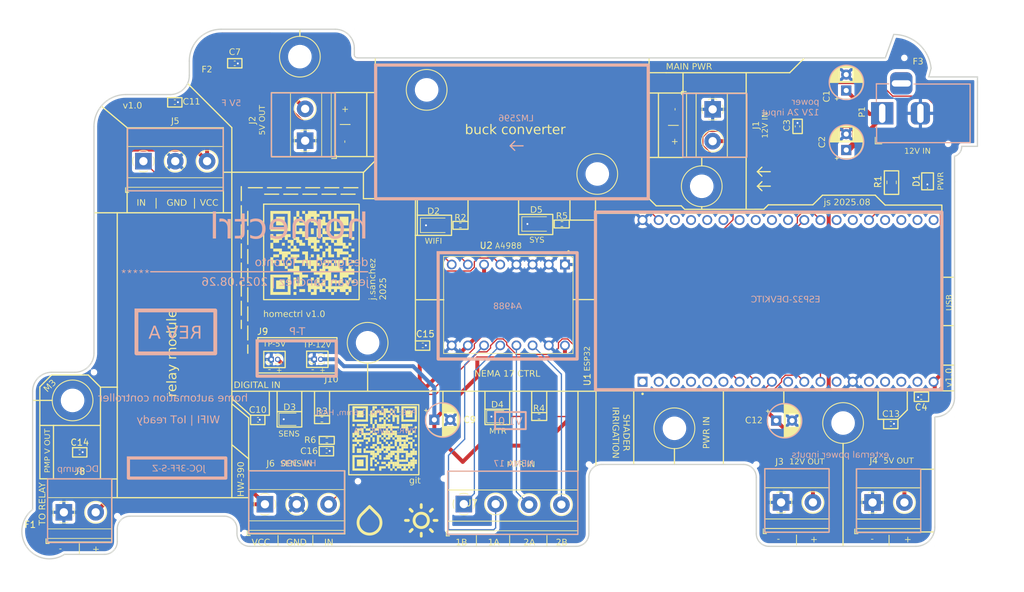
<source format=kicad_pcb>
(kicad_pcb (version 20240108) (generator "pcbnew") (generator_version "8.0")
  (layers (0 "F.Cu" signal) (31 "B.Cu" signal) (34 "B.Paste" user) (35 "F.Paste" user) (36 "B.SilkS" user "B.Silkscreen") (37 "F.SilkS" user "F.Silkscreen") (38 "B.Mask" user) (39 "F.Mask" user) (44 "Edge.Cuts" user))
  (net 0 "")
  (net 1 "GND")
  (net 2 "Net-(D1-A)")
  (net 3 "Net-(D2-A)")
  (net 4 "Net-(D3-A)")
  (net 5 "Net-(D4-A)")
  (net 6 "Net-(D5-A)")
  (net 7 "Net-(J5-Pin_1)")
  (net 8 "Net-(J6-Pin_3)")
  (net 9 "Net-(J7-Pin_4)")
  (net 10 "Net-(J7-Pin_1)")
  (net 11 "Net-(J7-Pin_2)")
  (net 12 "Net-(J7-Pin_3)")
  (net 13 "Net-(U1-IO25)")
  (net 18 "Net-(U1-IO17)")
  (net 32 "Net-(U1-IO16)")
  (net 34 "Net-(U1-IO32)")
  (net 39 "+12V")
  (net 40 "+5V")
  (net 41 "Net-(U1-IO33)")
  (net 42 "Net-(U1-IO27)")
  (net 46 "Net-(U1-IO14)")
  (net 47 "Net-(U1-IO2)")
  (footprint "LED_SMD:LED_0402_1005Metric" (layer "F.Cu") (at 204.27 81.415 90)
    (property "Reference" "D1")
    (property "Value" "PWR-IN-LED")
  )
  (footprint "LED_SMD:LED_0805_2012Metric" (layer "F.Cu") (at 104.09 118.79)
    (property "Reference" "D3")
    (property "Value" "LOGIC-LED3")
  )
  (footprint "Capacitor_SMD:C_0402_1005Metric" (layer "F.Cu") (at 95.46 62.89)
    (property "Reference" "C7")
    (property "Value" "0.1µF 16V")
  )
  (footprint "Capacitor_SMD:C_0402_1005Metric" (layer "F.Cu") (at 71.092 123.952)
    (property "Reference" "C14")
    (property "Value" "0.1µF 16V")
  )
  (footprint "TerminalBlock_Phoenix:TerminalBlock_Phoenix_MKDS-1,5-2_1x02_P5.00mm_Horizontal" (layer "F.Cu") (at 68.62 133.401)
    (property "Reference" "J8")
    (property "Value" "PMP-PWR-SCREW")
  )
  (footprint "MountingHole:MountingHole_3.2mm_M3" (layer "F.Cu") (at 191.008 119.38)
    (property "Reference" "REF**" (hide yes))
    (property "Value" "MountingHole_3.2mm_M3")
  )
  (footprint "Capacitor_SMD:C_0402_1005Metric" (layer "F.Cu") (at 198.52 119.5)
    (property "Reference" "C13")
    (property "Value" "0.1µF 16V")
  )
  (footprint "Fiducial:Fiducial_0.5mm_Mask1.5mm" (layer "F.Cu") (at 91.12 61.44)
    (property "Reference" "REF**" (hide yes))
    (property "Value" "Fiducial_0.5mm_Mask1.5mm")
  )
  (footprint "Capacitor_THT:CP_Radial_D5.0mm_P2.50mm" (layer "F.Cu") (at 191.5 76.5 90)
    (property "Reference" "C2")
    (property "Value" "47µF 35V")
  )
  (footprint "Resistor_SMD:R_0402_1005Metric" (layer "F.Cu") (at 109.93 122.11)
    (property "Reference" "R6")
    (property "Value" "680 Ω")
  )
  (footprint "Capacitor_SMD:C_0402_1005Metric" (layer "F.Cu") (at 203.28 115.3 180)
    (property "Reference" "C4")
    (property "Value" "0.1µF 16V")
  )
  (footprint "Capacitor_SMD:C_0402_1005Metric" (layer "F.Cu") (at 86.0552 68.9864)
    (property "Reference" "C11")
    (property "Value" "0.1µF 35V")
  )
  (footprint "Fiducial:Fiducial_0.5mm_Mask1.5mm" (layer "F.Cu") (at 201.17 60.35)
    (property "Reference" "REF**" (hide yes))
    (property "Value" "Fiducial_0.5mm_Mask1.5mm")
  )
  (footprint "Fiducial:Fiducial_0.5mm_Mask1.5mm" (layer "F.Cu") (at 63.41 137.15)
    (property "Reference" "REF**" (hide yes))
    (property "Value" "Fiducial_0.5mm_Mask1.5mm" (hide yes))
  )
  (footprint "clipboard:8015679e-dc4f-44c7-bd8c-2f6e597557b6" (layer "F.Cu") (at 206.6 114.37 90)
    (property "Reference" "")
    (property "Value" "")
  )
  (footprint "Capacitor_SMD:C_0402_1005Metric" (layer "F.Cu") (at 99.11 118.87)
    (property "Reference" "C10")
    (property "Value" "0.1µF 16V")
  )
  (footprint "Resistor_SMD:R_0402_1005Metric" (layer "F.Cu") (at 146.85 88.13)
    (property "Reference" "R5")
    (property "Value" "220 Ω")
  )
  (footprint "Resistor_SMD:R_0402_1005Metric" (layer "F.Cu") (at 143.258 118.364)
    (property "Reference" "R4")
    (property "Value" "220 Ω")
  )
  (footprint "Capacitor_THT:CP_Radial_D5.0mm_P2.50mm" (layer "F.Cu") (at 191.5 67.152651 90)
    (property "Reference" "C1")
    (property "Value" "47µF 35V")
  )
  (footprint "MountingHole:MountingHole_3.2mm_M3" (layer "F.Cu") (at 152.4 80.264)
    (property "Reference" "REF**" (hide yes))
    (property "Value" "MountingHole_3.2mm_M3")
  )
  (footprint "LED_SMD:LED_1206_3216Metric" (layer "F.Cu") (at 126.9 88.33)
    (property "Reference" "D2")
    (property "Value" "WIFI-LED")
  )
  (footprint "A4988_STEPPER_MOTOR_DRIVER_CARRIER:MODULE_A4988_STEPPER_MOTOR_DRIVER_CARRIER" (layer "F.Cu") (at 138.43 100.838 -90)
    (property "Reference" "U2")
    (property "Value" "A4988-DRIVER-MODULE")
  )
  (footprint "Connector_BarrelJack:BarrelJack_Horizontal" (layer "F.Cu") (at 197.152 70.74 180)
    (property "Reference" "P1")
    (property "Value" "BARREL-JACK")
  )
  (footprint "TerminalBlock_Phoenix:TerminalBlock_Phoenix_MKDS-1,5-2_1x02_P5.00mm_Horizontal" (layer "F.Cu") (at 195.64 131.86)
    (property "Reference" "J4")
    (property "Value" "5V-SCREW")
  )
  (footprint "Capacitor_SMD:C_0402_1005Metric" (layer "F.Cu") (at 109.89 123.75)
    (property "Reference" "C16")
    (property "Value" "22nF 16V")
  )
  (footprint "Resistor_SMD:R_0805_2012Metric" (layer "F.Cu") (at 198.628 81.5875 90)
    (property "Reference" "R1")
    (property "Value" "2000 Ω")
  )
  (footprint "Resistor_SMD:R_0402_1005Metric" (layer "F.Cu") (at 109.15 118.83)
    (property "Reference" "R3")
    (property "Value" "220 Ω")
  )
  (footprint "TerminalBlock_Phoenix:TerminalBlock_Phoenix_MKDS-1,5-2_1x02_P5.00mm_Horizontal" (layer "F.Cu") (at 181.27 131.845)
    (property "Reference" "J3")
    (property "Value" "12V-SCREW")
  )
  (footprint "TerminalBlock_Phoenix:TerminalBlock_Phoenix_MKDS-1,5-2_1x02_P5.00mm_Horizontal" (layer "F.Cu") (at 170.525 70.11 -90)
    (property "Reference" "J1")
    (property "Value" "BUCK-IN-SCREW-5V")
  )
  (footprint "MountingHole:MountingHole_3.2mm_M3" (layer "F.Cu") (at 168.81 82.2)
    (property "Reference" "REF**" (hide yes))
    (property "Value" "MountingHole_3.2mm_M3")
  )
  (footprint "MountingHole:MountingHole_3.2mm_M3" (layer "F.Cu") (at 105.69 61.84)
    (property "Reference" "REF**" (hide yes))
    (property "Value" "MountingHole_3.2mm_M3")
  )
  (footprint "Capacitor_THT:CP_Radial_D5.0mm_P2.50mm" (layer "F.Cu") (at 180.5 119)
    (property "Reference" "C12")
    (property "Value" "47µF 35V")
  )
  (footprint "Capacitor_SMD:C_0402_1005Metric" (layer "F.Cu") (at 183.85 72.79 90)
    (property "Reference" "C3")
    (property "Value" "0.1µF 35V")
  )
  (footprint "Connector_PinHeader_1.00mm:PinHeader_1x02_P1.00mm_Vertical" (layer "F.Cu") (at 107.96 109.36 90)
    (property "Reference" "J10")
    (property "Value" "TP_12V")
  )
  (footprint "Capacitor_SMD:C_0402_1005Metric" (layer "F.Cu") (at 124.996 107.188)
    (property "Reference" "C15")
    (property "Value" "0.1µF 16V")
  )
  (footprint "MountingHole:MountingHole_3.2mm_M3" (layer "F.Cu") (at 69.99 115.83)
    (property "Reference" "REF**" (hide yes))
    (property "Value" "MountingHole_3.2mm_M3")
  )
  (footprint "LED_SMD:LED_0805_2012Metric" (layer "F.Cu") (at 136.7155 118.379)
    (property "Reference" "D4")
    (property "Value" "LOGIC-LED1")
  )
  (footprint "TerminalBlock_Phoenix:TerminalBlock_Phoenix_MKDS-1,5-3_1x03_P5.00mm_Horizontal" (layer "F.Cu") (at 81.1144 78.253)
    (property "Reference" "J5")
    (property "Value" "RELAY-SCREW")
  )
  (footprint "MountingHole:MountingHole_3.2mm_M3" (layer "F.Cu") (at 116.33 106.78)
    (property "Reference" "REF**" (hide yes))
    (property "Value" "MountingHole_3.2mm_M3")
  )
  (footprint "MountingHole:MountingHole_3.2mm_M3" (layer "F.Cu") (at 125.6 67.056)
    (property "Reference" "REF**" (hide yes))
    (property "Value" "MountingHole_3.2mm_M3")
  )
  (footprint "ESP32-DEVKITC-32D:MODULE_ESP32-DEVKITC-32D" (layer "F.Cu") (at 179.272 100.2 90)
    (property "Reference" "U1")
    (property "Value" "ESP32-DEVKITC-32E")
  )
  (footprint "LOGO" (layer "F.Cu") (at 107.64 92.66)
    (property "Reference" "G***" (hide yes))
    (property "Value" "LOGO" (hide yes))
  )
  (footprint "TerminalBlock_Phoenix:TerminalBlock_Phoenix_MKDS-1,5-2_1x02_P5.00mm_Horizontal" (layer "F.Cu") (at 106.515 75.04 90)
    (property "Reference" "J2")
    (property "Value" "BUCK-OUT-SCREW-5V")
  )
  (footprint "TerminalBlock_Phoenix:TerminalBlock_Phoenix_MKDS-1,5-4-5.08_1x04_P5.08mm_Horizontal" (layer "F.Cu") (at 131.53 132.2)
    (property "Reference" "J7")
    (property "Value" "STEPPER-SCREW")
  )
  (footprint "Resistor_SMD:R_0402_1005Metric" (layer "F.Cu") (at 130.9 88.33)
    (property "Reference" "R2")
    (property "Value" "220 Ω")
  )
  (footprint "Connector_PinHeader_1.00mm:PinHeader_1x02_P1.00mm_Vertical" (layer "F.Cu") (at 101.2 109.39 90)
    (property "Reference" "J9")
    (property "Value" "TP_5V")
  )
  (footprint "TerminalBlock_Phoenix:TerminalBlock_Phoenix_MKDS-1,5-3_1x03_P5.00mm_Horizontal" (layer "F.Cu") (at 100.2 132.14)
    (property "Reference" "J6")
    (property "Value" "CAP-SENSOR-SCREW")
  )
  (footprint "Capacitor_THT:CP_Radial_D5.0mm_P2.50mm" (layer "F.Cu") (at 126.810888 118.872)
    (property "Reference" "C9")
    (property "Value" "100µF 35V")
  )
  (footprint "LED_SMD:LED_1206_3216Metric" (layer "F.Cu") (at 142.83 88.12)
    (property "Reference" "D5")
    (property "Value" "LOGIC-LED2")
  )
  (footprint "MountingHole:MountingHole_3.2mm_M3" (layer "F.Cu") (at 164.52 120.21)
    (property "Reference" "REF**" (hide yes))
    (property "Value" "MountingHole_3.2mm_M3")
  )
  (gr_rect (start 101.2 67.54) (end 111.27 77.53) (stroke (width 0.2)) (fill none) (layer "B.SilkS"))
  (gr_line (start 210.96 66.14) (end 202.14 66.14) (stroke (width 0.2)) (layer "B.SilkS"))
  (gr_line (start 196.27 72.73) (end 196.27 75.32) (stroke (width 0.2)) (layer "B.SilkS"))
  (gr_rect (start 165.83 67.625) (end 175.9 77.615) (stroke (width 0.2)) (fill none) (layer "B.SilkS"))
  (gr_rect (start 136.35 117.655) (end 141.17 120.345) (stroke (width 0.3)) (fill none) (layer "B.SilkS"))
  (gr_line (start 196.24 66.11) (end 196.24 68.85) (stroke (width 0.2)) (layer "B.SilkS"))
  (gr_line (start 140.746446 75.843553) (end 138.726446 75.843553) (stroke (width 0.2)) (layer "B.SilkS"))
  (gr_rect (start 78.76 124.87) (end 94.05 128.03) (stroke (width 0.5)) (fill none) (layer "B.SilkS"))
  (gr_circle (center 181.82 119.02) (end 184.52 119.02) (stroke (width 0.2)) (fill none) (layer "B.SilkS"))
  (gr_line (start 196.24 75.35) (end 210.96 75.34) (stroke (width 0.2)) (layer "B.SilkS"))
  (gr_rect (start 97.68 126.9) (end 112.68 136.7) (stroke (width 0.2)) (fill none) (layer "B.SilkS"))
  (gr_rect (start 80.02 101.695) (end 92.4 108.445) (stroke (width 0.6)) (fill none) (layer "B.SilkS"))
  (gr_circle (center 128.12 118.91) (end 130.82 118.91) (stroke (width 0.2)) (fill none) (layer "B.SilkS"))
  (gr_rect (start 128.91 126.94) (end 149.35 136.88) (stroke (width 0.2)) (fill none) (layer "B.SilkS"))
  (gr_rect (start 117.59 63.16) (end 160.4 84.16) (stroke (width 0.5)) (fill none) (layer "B.SilkS"))
  (gr_rect (start 127.41 92.63) (end 149.24 109.33) (stroke (width 0.5)) (fill none) (layer "B.SilkS"))
  (gr_rect (start 193.13 126.59) (end 203.2 136.58) (stroke (width 0.2)) (fill none) (layer "B.SilkS"))
  (gr_rect (start 98.975 106.47) (end 111.405 112.02) (stroke (width 0.5)) (fill none) (layer "B.SilkS"))
  (gr_rect (start 78.63 73.12) (end 93.63 82.92) (stroke (width 0.2)) (fill none) (layer "B.SilkS"))
  (gr_circle (center 191.55 75.25) (end 194.25 75.25) (stroke (width 0.2)) (fill none) (layer "B.SilkS"))
  (gr_line (start 210.96 75.34) (end 210.96 66.14) (stroke (width 0.2)) (layer "B.SilkS"))
  (gr_line (start 196.24 66.11) (end 198.17 66.11) (stroke (width 0.2)) (layer "B.SilkS"))
  (gr_line (start 116.33 95.62) (end 82.259999 95.62) (stroke (width 0.2)) (layer "B.SilkS"))
  (gr_rect (start 152.12 86.25) (end 206.52 114.15) (stroke (width 0.5)) (fill none) (layer "B.SilkS"))
  (gr_circle (center 191.53 65.88) (end 194.23 65.88) (stroke (width 0.2)) (fill none) (layer "B.SilkS"))
  (gr_line (start 138.726446 75.843553) (end 139.433553 75.136446) (stroke (width 0.2)) (layer "B.SilkS"))
  (gr_rect (start 178.725 126.55) (end 188.795 136.54) (stroke (width 0.2)) (fill none) (layer "B.SilkS"))
  (gr_rect (start 66.06 128.165) (end 76.13 138.155) (stroke (width 0.2)) (fill none) (layer "B.SilkS"))
  (gr_line (start 138.726446 75.843553) (end 139.433553 76.55066) (stroke (width 0.2)) (layer "B.SilkS"))
  (gr_poly (pts (xy 123.3805 126.872999) (xy 123.020772 126.872999) (xy 123.020772 126.513272) (xy 123.3805 126.513272)) (stroke (width -0.000001)) (fill solid) (layer "F.SilkS"))
  (gr_line (start 97.64 126.879) (end 97.64 125) (stroke (width 0.2)) (layer "F.SilkS"))
  (gr_poly (pts (xy 124.078999 125.825249) (xy 123.719272 125.825249) (xy 123.719272 125.465523) (xy 124.078999 125.465523)) (stroke (width -0.000001)) (fill solid) (layer "F.SilkS"))
  (gr_poly (pts (xy 120.23725 123.3805) (xy 119.877523 123.3805) (xy 119.877523 123.020773) (xy 120.23725 123.020773)) (stroke (width -0.000001)) (fill solid) (layer "F.SilkS"))
  (gr_poly (pts (xy 119.53875 119.888) (xy 119.179023 119.888) (xy 119.179023 119.528273) (xy 119.53875 119.528273)) (stroke (width -0.000001)) (fill solid) (layer "F.SilkS"))
  (gr_line (start 124.75124 132.200153) (end 124.75124 132.649944) (stroke (width 0.449791) (color 128 128 128 1)) (layer "F.SilkS"))
  (gr_poly (pts (xy 117.094 118.491) (xy 116.734273 118.491) (xy 116.734273 118.131273) (xy 117.094 118.131273)) (stroke (width -0.000001)) (fill solid) (layer "F.SilkS"))
  (gr_line (start 165.865 77.67) (end 160.54 77.67) (stroke (width 0.2)) (layer "F.SilkS"))
  (gr_poly (pts (xy 122.682 123.03125) (xy 122.322272 123.03125) (xy 122.322272 122.671523) (xy 122.682 122.671523)) (stroke (width -0.000001)) (fill solid) (layer "F.SilkS"))
  (gr_poly (pts (xy 115.34775 121.63425) (xy 114.988023 121.63425) (xy 114.988023 121.274523) (xy 115.34775 121.274523)) (stroke (width -0.000001)) (fill solid) (layer "F.SilkS"))
  (gr_line (start 152.2 114.39) (end 95.019999 114.39) (stroke (width 0.2)) (layer "F.SilkS"))
  (gr_poly (pts (xy 121.284999 126.1745) (xy 120.925273 126.1745) (xy 120.925273 125.814772) (xy 121.284999 125.814772)) (stroke (width -0.000001)) (fill solid) (layer "F.SilkS"))
  (gr_poly (pts (xy 116.3955 119.888) (xy 116.035773 119.888) (xy 116.035773 119.528273) (xy 116.3955 119.528273)) (stroke (width -0.000001)) (fill solid) (layer "F.SilkS"))
  (gr_line (start 206.522 86.25) (end 206.522 85.159998) (stroke (width 0.2)) (layer "F.SilkS"))
  (gr_poly (pts (xy 119.1895 121.285) (xy 118.829772 121.285) (xy 118.829772 120.925273) (xy 119.1895 120.925273)) (stroke (width -0.000001)) (fill solid) (layer "F.SilkS"))
  (gr_poly (pts (xy 119.53875 124.078999) (xy 119.179023 124.078999) (xy 119.179023 123.719273) (xy 119.53875 123.719273)) (stroke (width -0.000001)) (fill solid) (layer "F.SilkS"))
  (gr_rect (start 117.536 63.156) (end 160.536 84.156) (stroke (width 0.2)) (fill none) (layer "F.SilkS"))
  (gr_line (start 122.277386 134.674007) (end 122.727177 134.674007) (stroke (width 0.449791) (color 128 128 128 1)) (layer "F.SilkS"))
  (gr_poly (pts (xy 118.84025 126.523749) (xy 118.480523 126.523749) (xy 118.480523 126.164023) (xy 118.84025 126.164023)) (stroke (width -0.000001)) (fill solid) (layer "F.SilkS"))
  (gr_poly (pts (xy 116.74475 121.9835) (xy 116.385023 121.9835) (xy 116.385023 121.623772) (xy 116.74475 121.623772)) (stroke (width -0.000001)) (fill solid) (layer "F.SilkS"))
  (gr_poly (pts (xy 114.3 124.078999) (xy 113.940273 124.078999) (xy 113.940273 123.719273) (xy 114.3 123.719273)) (stroke (width -0.000001)) (fill solid) (layer "F.SilkS"))
  (gr_line (start 166.13 85.82) (end 178.56 85.81) (stroke (width 0.2)) (layer "F.SilkS"))
  (gr_line (start 148.6 99.99) (end 152.11 99.99) (stroke (width 0.2)) (layer "F.SilkS"))
  (gr_poly (pts (xy 118.491 124.7775) (xy 118.131273 124.7775) (xy 118.131273 124.417773) (xy 118.491 124.417773)) (stroke (width -0.000001)) (fill solid) (layer "F.SilkS"))
  (gr_poly (pts (xy 117.7925 124.7775) (xy 117.432773 124.7775) (xy 117.432773 124.417773) (xy 117.7925 124.417773)) (stroke (width -0.000001)) (fill solid) (layer "F.SilkS"))
  (gr_poly (pts (xy 123.031249 120.93575) (xy 122.671523 120.93575) (xy 122.671523 120.576023) (xy 123.031249 120.576023)) (stroke (width -0.000001)) (fill solid) (layer "F.SilkS"))
  (gr_line (start 78.5544 82.913) (end 78.5544 86.360005) (stroke (width 0.2)) (layer "F.SilkS"))
  (gr_poly (pts (xy 119.53875 120.93575) (xy 119.179023 120.93575) (xy 119.179023 120.576023) (xy 119.53875 120.576023)) (stroke (width -0.000001)) (fill solid) (layer "F.SilkS"))
  (gr_line (start 107.99 118.24) (end 107.99 114.44) (stroke (width 0.2)) (layer "F.SilkS"))
  (gr_poly (pts (xy 123.3805 125.476) (xy 123.020772 125.476) (xy 123.020772 125.116272) (xy 123.3805 125.116272)) (stroke (width -0.000001)) (fill solid) (layer "F.SilkS"))
  (gr_poly (pts (xy 115.34775 124.078999) (xy 114.988023 124.078999) (xy 114.988023 123.719273) (xy 115.34775 123.719273)) (stroke (width -0.000001)) (fill solid) (layer "F.SilkS"))
  (gr_poly (pts (xy 120.93575 125.126749) (xy 120.576022 125.126749) (xy 120.576022 124.767022) (xy 120.93575 124.767022)) (stroke (width -0.000001)) (fill solid) (layer "F.SilkS"))
  (gr_poly (pts (xy 118.84025 125.825249) (xy 118.480523 125.825249) (xy 118.480523 125.465523) (xy 118.84025 125.465523)) (stroke (width -0.000001)) (fill solid) (layer "F.SilkS"))
  (gr_poly (pts (xy 122.682 120.5865) (xy 122.322272 120.5865) (xy 122.322272 120.226773) (xy 122.682 120.226773)) (stroke (width -0.000001)) (fill solid) (layer "F.SilkS"))
  (gr_line (start 132.1 87.72) (end 132.1 84.13) (stroke (width 0.2)) (layer "F.SilkS"))
  (gr_poly (pts (xy 120.93575 121.285) (xy 120.576022 121.285) (xy 120.576022 120.925273) (xy 120.93575 120.925273)) (stroke (width -0.000001)) (fill solid) (layer "F.SilkS"))
  (gr_poly (pts (xy 120.5865 118.491) (xy 120.226773 118.491) (xy 120.226773 118.131273) (xy 120.5865 118.131273)) (stroke (width -0.000001)) (fill solid) (layer "F.SilkS"))
  (gr_line (start 162.01 67.55) (end 162.01 77.66) (stroke (width 0.2)) (layer "F.SilkS"))
  (gr_line (start 64.849959 128.14) (end 64.85 113.7) (stroke (width 0.2)) (layer "F.SilkS"))
  (gr_line (start 66.06 128.14) (end 64.849959 128.14) (stroke (width 0.2)) (layer "F.SilkS"))
  (gr_poly (pts (xy 117.7925 123.03125) (xy 117.432773 123.03125) (xy 117.432773 122.671523) (xy 117.7925 122.671523)) (stroke (width -0.000001)) (fill solid) (layer "F.SilkS"))
  (gr_poly (pts (xy 119.1895 119.53875) (xy 118.829772 119.53875) (xy 118.829772 119.179023) (xy 119.1895 119.179023)) (stroke (width -0.000001)) (fill solid) (layer "F.SilkS"))
  (gr_poly (pts (xy 117.094 121.63425) (xy 116.734273 121.63425) (xy 116.734273 121.274523) (xy 117.094 121.274523)) (stroke (width -0.000001)) (fill solid) (layer "F.SilkS"))
  (gr_poly (pts (xy 117.094 124.42825) (xy 116.734273 124.42825) (xy 116.734273 124.068522) (xy 117.094 124.068522)) (stroke (width -0.000001)) (fill solid) (layer "F.SilkS"))
  (gr_poly (pts (xy 123.729749 125.476) (xy 123.370023 125.476) (xy 123.370023 125.116272) (xy 123.729749 125.116272)) (stroke (width -0.000001)) (fill solid) (layer "F.SilkS"))
  (gr_line (start 65.47 113.06) (end 66.69 111.84) (stroke (width 0.2)) (layer "F.SilkS"))
  (gr_rect (start 145.64 87.51) (end 148 88.74) (stroke (width 0.2)) (fill none) (layer "F.SilkS"))
  (gr_poly (pts (xy 119.888 124.7775) (xy 119.528273 124.7775) (xy 119.528273 124.417773) (xy 119.888 124.417773)) (stroke (width -0.000001)) (fill solid) (layer "F.SilkS"))
  (gr_rect (start 183.128 71.662) (end 184.598 73.912) (stroke (width 0.2)) (fill none) (layer "F.SilkS"))
  (gr_poly (pts (xy 118.491 126.872999) (xy 118.131273 126.872999) (xy 118.131273 126.513272) (xy 118.491 126.513272)) (stroke (width -0.000001)) (fill solid) (layer "F.SilkS"))
  (gr_poly (pts (xy 121.284999 119.1895) (xy 120.925273 119.1895) (xy 120.925273 118.829773) (xy 121.284999 118.829773)) (stroke (width -0.000001)) (fill solid) (layer "F.SilkS"))
  (gr_poly (pts (xy 117.44325 121.285) (xy 117.083523 121.285) (xy 117.083523 120.925273) (xy 117.44325 120.925273)) (stroke (width -0.000001)) (fill solid) (layer "F.SilkS"))
  (gr_poly (pts (xy 124.078999 125.476) (xy 123.719272 125.476) (xy 123.719272 125.116272) (xy 124.078999 125.116272)) (stroke (width -0.000001)) (fill solid) (layer "F.SilkS"))
  (gr_poly (pts (xy 117.094 123.3805) (xy 116.734273 123.3805) (xy 116.734273 123.020773) (xy 117.094 123.020773)) (stroke (width -0.000001)) (fill solid) (layer "F.SilkS"))
  (gr_poly (pts (xy 121.284999 117.44325) (xy 120.925273 117.44325) (xy 120.925273 117.083523) (xy 121.284999 117.083523)) (stroke (width -0.000001)) (fill solid) (layer "F.SilkS"))
  (gr_poly (pts (xy 122.332749 124.078999) (xy 121.973022 124.078999) (xy 121.973022 123.719273) (xy 122.332749 123.719273)) (stroke (width -0.000001)) (fill solid) (layer "F.SilkS"))
  (gr_rect (start 124.14 86.74) (end 129.51 89.91) (stroke (width 0.2)) (fill none) (layer "F.SilkS"))
  (gr_rect (start 140.04 86.61) (end 145.41 89.78) (stroke (width 0.2)) (fill none) (layer "F.SilkS"))
  (gr_poly (pts (xy 120.23725 120.5865) (xy 119.877523 120.5865) (xy 119.877523 120.226773) (xy 120.23725 120.226773)) (stroke (width -0.000001)) (fill solid) (layer "F.SilkS"))
  (gr_line (start 177.546446 79.903553) (end 178.253553 80.61066) (stroke (width 0.2)) (layer "F.SilkS"))
  (gr_poly (pts (xy 116.3955 122.682) (xy 116.035773 122.682) (xy 116.035773 122.322273) (xy 116.3955 122.322273)) (stroke (width -0.000001)) (fill solid) (layer "F.SilkS"))
  (gr_line (start 196.5 118.8) (end 196.5 114.41) (stroke (width 0.2)) (layer "F.SilkS"))
  (gr_poly (pts (xy 122.332749 125.476) (xy 121.973022 125.476) (xy 121.973022 125.116272) (xy 122.332749 125.116272)) (stroke (width -0.000001)) (fill solid) (layer "F.SilkS"))
  (gr_line (start 165.865 67.55) (end 160.54 67.55) (stroke (width 0.2)) (layer "F.SilkS"))
  (gr_poly (pts (xy 118.14175 122.33275) (xy 117.782023 122.33275) (xy 117.782023 121.973023) (xy 118.14175 121.973023)) (stroke (width -0.000001)) (fill solid) (layer "F.SilkS"))
  (gr_poly (pts (xy 119.888 125.126749) (xy 119.528273 125.126749) (xy 119.528273 124.767022) (xy 119.888 124.767022)) (stroke (width -0.000001)) (fill solid) (layer "F.SilkS"))
  (gr_line (start 182.63 64.36) (end 163.20999 64.36) (stroke (width 0.2)) (layer "F.SilkS"))
  (gr_line (start 97.64 125) (end 97.64 118.57) (stroke (width 0.2)) (layer "F.SilkS"))
  (gr_poly (pts (xy 116.385023 126.862522) (xy 113.940273 126.862522) (xy 113.940273 126.513272) (xy 114.289523 126.513272) (xy 116.035773 126.513272) (xy 116.035773 124.767022) (xy 114.289523 124.767022) (xy 114.289523 126.513272) (xy 113.940273 126.513272) (xy 113.940273 124.417773) (xy 116.385023 124.417773)) (stroke (width -0.000001)) (fill solid) (layer "F.SilkS"))
  (gr_line (start 163.21 64.38) (end 182.63 64.36) (stroke (width 0.1)) (layer "F.SilkS"))
  (gr_poly (pts (xy 120.93575 124.7775) (xy 120.576022 124.7775) (xy 120.576022 124.417773) (xy 120.93575 124.417773)) (stroke (width -0.000001)) (fill solid) (layer "F.SilkS"))
  (gr_poly (pts (xy 119.53875 121.285) (xy 119.179023 121.285) (xy 119.179023 120.925273) (xy 119.53875 120.925273)) (stroke (width -0.000001)) (fill solid) (layer "F.SilkS"))
  (gr_poly (pts (xy 123.3805 124.078999) (xy 123.020772 124.078999) (xy 123.020772 123.719273) (xy 123.3805 123.719273)) (stroke (width -0.000001)) (fill solid) (layer "F.SilkS"))
  (gr_poly (pts (xy 120.23725 122.682) (xy 119.877523 122.682) (xy 119.877523 122.322273) (xy 120.23725 122.322273)) (stroke (width -0.000001)) (fill solid) (layer "F.SilkS"))
  (gr_poly (pts (xy 123.729749 125.126749) (xy 123.370023 125.126749) (xy 123.370023 124.767022) (xy 123.729749 124.767022)) (stroke (width -0.000001)) (fill solid) (layer "F.SilkS"))
  (gr_poly (pts (xy 114.3 123.03125) (xy 113.940273 123.03125) (xy 113.940273 122.671523) (xy 114.3 122.671523)) (stroke (width -0.000001)) (fill solid) (layer "F.SilkS"))
  (gr_poly (pts (xy 116.04625 123.72975) (xy 115.686523 123.72975) (xy 115.686523 123.370022) (xy 116.04625 123.370022)) (stroke (width -0.000001)) (fill solid) (layer "F.SilkS"))
  (gr_poly (pts (xy 122.332749 120.23725) (xy 121.973022 120.23725) (xy 121.973022 119.877523) (xy 122.332749 119.877523)) (stroke (width -0.000001)) (fill solid) (layer "F.SilkS"))
  (gr_line (start 74.37 119.76) (end 74.37 120.03) (stroke (width 0.1)) (layer "F.SilkS"))
  (gr_line (start 123.84 89.907285) (end 123.84 84.2) (stroke (width 0.2)) (layer "F.SilkS"))
  (gr_line (start 181.7 114.39) (end 181.7 116.17) (stroke (width 0.2)) (layer "F.SilkS"))
  (gr_line (start 115.67 84.14) (end 117.536069 84.14) (stroke (width 0.2)) (layer "F.SilkS"))
  (gr_poly (pts (xy 117.44325 119.888) (xy 117.083523 119.888) (xy 117.083523 119.528273) (xy 117.44325 119.528273)) (stroke (width -0.000001)) (fill solid) (layer "F.SilkS"))
  (gr_line (start 206.531 114.33) (end 208.440026 114.33) (stroke (width 0.2)) (layer "F.SilkS"))
  (gr_poly (pts (xy 117.7925 125.476) (xy 117.432773 125.476) (xy 117.432773 125.116272) (xy 117.7925 125.116272)) (stroke (width -0.000001)) (fill solid) (layer "F.SilkS"))
  (gr_poly (pts (xy 121.9835 122.33275) (xy 121.623773 122.33275) (xy 121.623773 121.973023) (xy 121.9835 121.973023)) (stroke (width -0.000001)) (fill solid) (layer "F.SilkS"))
  (gr_rect (start 134.76 117.21) (end 138.64 119.63) (stroke (width 0.2)) (fill none) (layer "F.SilkS"))
  (gr_poly (pts (xy 121.284999 117.094) (xy 120.925273 117.094) (xy 120.925273 116.734273) (xy 121.284999 116.734273)) (stroke (width -0.000001)) (fill solid) (layer "F.SilkS"))
  (gr_poly (pts (xy 121.9835 124.078999) (xy 121.623773 124.078999) (xy 121.623773 123.719273) (xy 121.9835 123.719273)) (stroke (width -0.000001)) (fill solid) (layer "F.SilkS"))
  (gr_poly (pts (xy 123.031249 126.523749) (xy 122.671523 126.523749) (xy 122.671523 126.164023) (xy 123.031249 126.164023)) (stroke (width -0.000001)) (fill solid) (layer "F.SilkS"))
  (gr_poly (pts (xy 117.7925 120.5865) (xy 117.432773 120.5865) (xy 117.432773 120.226773) (xy 117.7925 120.226773)) (stroke (width -0.000001)) (fill solid) (layer "F.SilkS"))
  (gr_poly (pts (xy 116.04625 121.63425) (xy 115.686523 121.63425) (xy 115.686523 121.274523) (xy 116.04625 121.274523)) (stroke (width -0.000001)) (fill solid) (layer "F.SilkS"))
  (gr_poly (pts (xy 119.888 123.3805) (xy 119.528273 123.3805) (xy 119.528273 123.020773) (xy 119.888 123.020773)) (stroke (width -0.000001)) (fill solid) (layer "F.SilkS"))
  (gr_line (start 100.2 118.16) (end 100.89 118.16) (stroke (width 0.2)) (layer "F.SilkS"))
  (gr_line (start 123.84 89.907285) (end 124.130013 89.907285) (stroke (width 0.2)) (layer "F.SilkS"))
  (gr_poly (pts (xy 117.44325 126.872999) (xy 117.083523 126.872999) (xy 117.083523 126.513272) (xy 117.44325 126.513272)) (stroke (width -0.000001)) (fill solid) (layer "F.SilkS"))
  (gr_line (start 66.69 111.84) (end 72.46 111.84) (stroke (width 0.2)) (layer "F.SilkS"))
  (gr_line (start 126.181577 136.104344) (end 126.500929 136.423696) (stroke (width 0.449791) (color 128 128 128 1)) (layer "F.SilkS"))
  (gr_line (start 77.0044 86.36) (end 73.47 86.36) (stroke (width 0.2)) (layer "F.SilkS"))
  (gr_poly (pts (xy 119.53875 124.7775) (xy 119.179023 124.7775) (xy 119.179023 124.417773) (xy 119.53875 124.417773)) (stroke (width -0.000001)) (fill solid) (layer "F.SilkS"))
  (gr_poly (pts (xy 115.34775 120.5865) (xy 114.988023 120.5865) (xy 114.988023 120.226773) (xy 115.34775 120.226773)) (stroke (width -0.000001)) (fill solid) (layer "F.SilkS"))
  (gr_poly (pts (xy 114.3 121.63425) (xy 113.940273 121.63425) (xy 113.940273 121.274523) (xy 114.3 121.274523)) (stroke (width -0.000001)) (fill solid) (layer "F.SilkS"))
  (gr_poly (pts (xy 118.14175 117.7925) (xy 117.782023 117.7925) (xy 117.782023 117.432773) (xy 118.14175 117.432773)) (stroke (width -0.000001)) (fill solid) (layer "F.SilkS"))
  (gr_poly (pts (xy 121.284999 123.72975) (xy 120.925273 123.72975) (xy 120.925273 123.370022) (xy 121.284999 123.370022)) (stroke (width -0.000001)) (fill solid) (layer "F.SilkS"))
  (gr_poly (pts (xy 114.9985 124.078999) (xy 114.638773 124.078999) (xy 114.638773 123.719273) (xy 114.9985 123.719273)) (stroke (width -0.000001)) (fill solid) (layer "F.SilkS"))
  (gr_line (start 199.62 118.8) (end 201.09 117.33) (stroke (width 0.2)) (layer "F.SilkS"))
  (gr_poly (pts (xy 121.9835 124.7775) (xy 121.623773 124.7775) (xy 121.623773 124.417773) (xy 121.9835 124.417773)) (stroke (width -0.000001)) (fill solid) (layer "F.SilkS"))
  (gr_line (start 124.14 86.74) (end 124.14 84.15) (stroke (width 0.2)) (layer "F.SilkS"))
  (gr_poly (pts (xy 121.284999 122.33275) (xy 120.925273 122.33275) (xy 120.925273 121.973023) (xy 121.284999 121.973023)) (stroke (width -0.000001)) (fill solid) (layer "F.SilkS"))
  (gr_line (start 140.04 86.61) (end 140.04 84.14) (stroke (width 0.2)) (layer "F.SilkS"))
  (gr_poly (pts (xy 123.3805 124.7775) (xy 123.020772 124.7775) (xy 123.020772 124.417773) (xy 123.3805 124.417773)) (stroke (width -0.000001)) (fill solid) (layer "F.SilkS"))
  (gr_rect (start 197.37 118.8) (end 199.62 120.27) (stroke (width 0.2)) (fill none) (layer "F.SilkS"))
  (gr_poly (pts (xy 121.63425 121.63425) (xy 121.274522 121.63425) (xy 121.274522 121.274523) (xy 121.63425 121.274523)) (stroke (width -0.000001)) (fill solid) (layer "F.SilkS"))
  (gr_line (start 95 72.98) (end 88.07 66.06) (stroke (width 0.2)) (layer "F.SilkS"))
  (gr_line (start 95 79.99) (end 93.68 79.99) (stroke (width 0.2)) (layer "F.SilkS"))
  (gr_poly (pts (xy 117.094 124.078999) (xy 116.734273 124.078999) (xy 116.734273 123.719273) (xy 117.094 123.719273)) (stroke (width -0.000001)) (fill solid) (layer "F.SilkS"))
  (gr_line (start 138.64 117.21) (end 138.64 114.39) (stroke (width 0.2)) (layer "F.SilkS"))
  (gr_poly (pts (xy 121.63425 124.078999) (xy 121.274522 124.078999) (xy 121.274522 123.719273) (xy 121.63425 123.719273)) (stroke (width -0.000001)) (fill solid) (layer "F.SilkS"))
  (gr_line (start 168.81 85.4) (end 168.81 85.81) (stroke (width 0.2)) (layer "F.SilkS"))
  (gr_poly (pts (xy 121.9835 126.1745) (xy 121.623773 126.1745) (xy 121.623773 125.814772) (xy 121.9835 125.814772)) (stroke (width -0.000001)) (fill solid) (layer "F.SilkS"))
  (gr_rect (start 97.95 118.16) (end 100.2 119.63) (stroke (width 0.2)) (fill none) (layer "F.SilkS"))
  (gr_poly (pts (xy 120.23725 117.44325) (xy 119.877523 117.44325) (xy 119.877523 117.083523) (xy 120.23725 117.083523)) (stroke (width -0.000001)) (fill solid) (layer "F.SilkS"))
  (gr_rect (start 106.75 108.09) (end 110.11 110.65) (stroke (width 0.2)) (fill none) (layer "F.SilkS"))
  (gr_line (start 148.11 87.51) (end 152.08 87.51) (stroke (width 0.2)) (layer "F.SilkS"))
  (gr_poly (pts (xy 118.491 122.682) (xy 118.131273 122.682) (xy 118.131273 122.322273) (xy 118.491 122.322273)) (stroke (width -0.000001)) (fill solid) (layer "F.SilkS"))
  (gr_poly (pts (xy 122.682 122.33275) (xy 122.322272 122.33275) (xy 122.322272 121.973023) (xy 122.682 121.973023)) (stroke (width -0.000001)) (fill solid) (layer "F.SilkS"))
  (gr_line (start 95 79.99) (end 95 72.98) (stroke (width 0.2)) (layer "F.SilkS"))
  (gr_poly (pts (xy 121.284999 118.491) (xy 120.925273 118.491) (xy 120.925273 118.131273) (xy 121.284999 118.131273)) (stroke (width -0.000001)) (fill solid) (layer "F.SilkS"))
  (gr_poly (pts (xy 123.3805 124.42825) (xy 123.020772 124.42825) (xy 123.020772 124.068522) (xy 123.3805 124.068522)) (stroke (width -0.000001)) (fill solid) (layer "F.SilkS"))
  (gr_poly (pts (xy 116.04625 121.9835) (xy 115.686523 121.9835) (xy 115.686523 121.623772) (xy 116.04625 121.623772)) (stroke (width -0.000001)) (fill solid) (layer "F.SilkS"))
  (gr_poly (pts (xy 116.3955 123.3805) (xy 116.035773 123.3805) (xy 116.035773 123.020773) (xy 116.3955 123.020773)) (stroke (width -0.000001)) (fill solid) (layer "F.SilkS"))
  (gr_poly (pts (xy 119.888 125.825249) (xy 119.528273 125.825249) (xy 119.528273 125.465523) (xy 119.888 125.465523)) (stroke (width -0.000001)) (fill solid) (layer "F.SilkS"))
  (gr_poly (pts (xy 120.23725 119.888) (xy 119.877523 119.888) (xy 119.877523 119.528273) (xy 120.23725 119.528273)) (stroke (width -0.000001)) (fill solid) (layer "F.SilkS"))
  (gr_poly (pts (xy 120.23725 121.63425) (xy 119.877523 121.63425) (xy 119.877523 121.274523) (xy 120.23725 121.274523)) (stroke (width -0.000001)) (fill solid) (layer "F.SilkS"))
  (gr_poly (pts (xy 114.3 123.72975) (xy 113.940273 123.72975) (xy 113.940273 123.370022) (xy 114.3 123.370022)) (stroke (width -0.000001)) (fill solid) (layer "F.SilkS"))
  (gr_poly (pts (xy 117.44325 124.7775) (xy 117.083523 124.7775) (xy 117.083523 124.417773) (xy 117.44325 124.417773)) (stroke (width -0.000001)) (fill solid) (layer "F.SilkS"))
  (gr_poly (pts (xy 118.491 119.1895) (xy 118.131273 119.1895) (xy 118.131273 118.829773) (xy 118.491 118.829773)) (stroke (width -0.000001)) (fill solid) (layer "F.SilkS"))
  (gr_poly (pts (xy 120.23725 118.14175) (xy 119.877523 118.14175) (xy 119.877523 117.782023) (xy 120.23725 117.782023)) (stroke (width -0.000001)) (fill solid) (layer "F.SilkS"))
  (gr_poly (pts (xy 123.031249 126.1745) (xy 122.671523 126.1745) (xy 122.671523 125.814772) (xy 123.031249 125.814772)) (stroke (width -0.000001)) (fill solid) (layer "F.SilkS"))
  (gr_poly (pts (xy 119.53875 118.84025) (xy 119.179023 118.84025) (xy 119.179023 118.480523) (xy 119.53875 118.480523)) (stroke (width -0.000001)) (fill solid) (layer "F.SilkS"))
  (gr_poly (pts (xy 114.3 119.888) (xy 113.940273 119.888) (xy 113.940273 119.528273) (xy 114.3 119.528273)) (stroke (width -0.000001)) (fill solid) (layer "F.SilkS"))
  (gr_line (start 203.195 136.49) (end 205.185 136.49) (stroke (width 0.2)) (layer "F.SilkS"))
  (gr_poly (pts (xy 114.3 122.33275) (xy 113.940273 122.33275) (xy 113.940273 121.973023) (xy 114.3 121.973023)) (stroke (width -0.000001)) (fill solid) (layer "F.SilkS"))
  (gr_poly (pts (xy 122.332749 122.33275) (xy 121.973022 122.33275) (xy 121.973022 121.973023) (xy 122.332749 121.973023)) (stroke (width -0.000001)) (fill solid) (layer "F.SilkS"))
  (gr_poly (pts (xy 119.888 121.9835) (xy 119.528273 121.9835) (xy 119.528273 121.623772) (xy 119.888 121.623772)) (stroke (width -0.000001)) (fill solid) (layer "F.SilkS"))
  (gr_poly (pts (xy 117.7925 118.14175) (xy 117.432773 118.14175) (xy 117.432773 117.782023) (xy 117.7925 117.782023)) (stroke (width -0.000001)) (fill solid) (layer "F.SilkS"))
  (gr_poly (pts (xy 122.682 121.9835) (xy 122.322272 121.9835) (xy 122.322272 121.623772) (xy 122.682 121.623772)) (stroke (width -0.000001)) (fill solid) (layer "F.SilkS"))
  (gr_poly (pts (xy 120.93575 122.682) (xy 120.576022 122.682) (xy 120.576022 122.322273) (xy 120.93575 122.322273)) (stroke (width -0.000001)) (fill solid) (layer "F.SilkS"))
  (gr_line (start 206.525487 110.29) (end 208.434513 110.29) (stroke (width 0.2)) (layer "F.SilkS"))
  (gr_line (start 203.209954 126.64) (end 205.290045 126.64) (stroke (width 0.2)) (layer "F.SilkS"))
  (gr_poly (pts (xy 114.64925 121.9835) (xy 114.289523 121.9835) (xy 114.289523 121.623772) (xy 114.64925 121.623772)) (stroke (width -0.000001)) (fill solid) (layer "F.SilkS"))
  (gr_poly (pts (xy 114.9985 121.63425) (xy 114.638773 121.63425) (xy 114.638773 121.274523) (xy 114.9985 121.274523)) (stroke (width -0.000001)) (fill solid) (layer "F.SilkS"))
  (gr_poly (pts (xy 122.682 120.23725) (xy 122.322272 120.23725) (xy 122.322272 119.877523) (xy 122.682 119.877523)) (stroke (width -0.000001)) (fill solid) (layer "F.SilkS"))
  (gr_line (start 117.536 63.156) (end 117.536 62.039993) (stroke (width 0.2)) (layer "F.SilkS"))
  (gr_line (start 74.37 113.75) (end 77.04 113.75) (stroke (width 0.2)) (layer "F.SilkS"))
  (gr_poly (pts (xy 116.04625 119.888) (xy 115.686523 119.888) (xy 115.686523 119.528273) (xy 116.04625 119.528273)) (stroke (width -0.000001)) (fill solid) (layer "F.SilkS"))
  (gr_line (start 76.18 131.1) (end 77.004422 131.1) (stroke (width 0.2)) (layer "F.SilkS"))
  (gr_poly (pts (xy 114.3 121.285) (xy 113.940273 121.285) (xy 113.940273 120.925273) (xy 114.3 120.925273)) (stroke (width -0.000001)) (fill solid) (layer "F.SilkS"))
  (gr_poly (pts (xy 119.1895 124.078999) (xy 118.829772 124.078999) (xy 118.829772 123.719273) (xy 119.1895 123.719273)) (stroke (width -0.000001)) (fill solid) (layer "F.SilkS"))
  (gr_poly (pts (xy 117.44325 121.9835) (xy 117.083523 121.9835) (xy 117.083523 121.623772) (xy 117.44325 121.623772)) (stroke (width -0.000001)) (fill solid) (layer "F.SilkS"))
  (gr_poly (pts (xy 116.3955 120.5865) (xy 116.035773 120.5865) (xy 116.035773 120.226773) (xy 116.3955 120.226773)) (stroke (width -0.000001)) (fill solid) (layer "F.SilkS"))
  (gr_poly (pts (xy 120.23725 121.285) (xy 119.877523 121.285) (xy 119.877523 120.925273) (xy 120.23725 120.925273)) (stroke (width -0.000001)) (fill solid) (layer "F.SilkS"))
  (gr_poly (pts (xy 121.9835 123.03125) (xy 121.623773 123.03125) (xy 121.623773 122.671523) (xy 121.9835 122.671523)) (stroke (width -0.000001)) (fill solid) (layer "F.SilkS"))
  (gr_poly (pts (xy 123.3805 125.825249) (xy 123.020772 125.825249) (xy 123.020772 125.465523) (xy 123.3805 125.465523)) (stroke (width -0.000001)) (fill solid) (layer "F.SilkS"))
  (gr_poly (pts (xy 116.74475 122.33275) (xy 116.385023 122.33275) (xy 116.385023 121.973023) (xy 116.74475 121.973023)) (stroke (width -0.000001)) (fill solid) (layer "F.SilkS"))
  (gr_line (start 126.775302 134.674007) (end 127.225094 134.674007) (stroke (width 0.449791) (color 128 128 128 1)) (layer "F.SilkS"))
  (gr_poly (pts (xy 123.729749 125.825249) (xy 123.370023 125.825249) (xy 123.370023 125.465523) (xy 123.729749 125.465523)) (stroke (width -0.000001)) (fill solid) (layer "F.SilkS"))
  (gr_rect (start 129.74 87.72) (end 132.1 88.95) (stroke (width 0.2)) (fill none) (layer "F.SilkS"))
  (gr_line (start 177.556446 82.183553) (end 178.263553 82.89066) (stroke (width 0.2)) (layer "F.SilkS"))
  (gr_poly (pts (xy 123.729749 124.42825) (xy 123.370023 124.42825) (xy 123.370023 124.068522) (xy 123.729749 124.068522)) (stroke (width -0.000001)) (fill solid) (layer "F.SilkS"))
  (gr_line (start 111.27 77.53) (end 117.375 77.53) (stroke (width 0.2)) (layer "F.SilkS"))
  (gr_rect (start 94.338 62.142) (end 96.588 63.612) (stroke (width 0.2)) (fill none) (layer "F.SilkS"))
  (gr_poly (pts (xy 114.9985 121.285) (xy 114.638773 121.285) (xy 114.638773 120.925273) (xy 114.9985 120.925273)) (stroke (width -0.000001)) (fill solid) (layer "F.SilkS"))
  (gr_poly (pts (xy 124.078999 124.078999) (xy 123.719272 124.078999) (xy 123.719272 123.719273) (xy 124.078999 123.719273)) (stroke (width -0.000001)) (fill solid) (layer "F.SilkS"))
  (gr_rect (start 108.73 123.065) (end 110.98 124.535) (stroke (width 0.2)) (fill none) (layer "F.SilkS"))
  (gr_poly (pts (xy 118.84025 117.094) (xy 118.480523 117.094) (xy 118.480523 116.734273) (xy 118.84025 116.734273)) (stroke (width -0.000001)) (fill solid) (layer "F.SilkS"))
  (gr_poly (pts (xy 120.5865 121.285) (xy 120.226773 121.285) (xy 120.226773 120.925273) (xy 120.5865 120.925273)) (stroke (width -0.000001)) (fill solid) (layer "F.SilkS"))
  (gr_poly (pts (xy 118.14175 120.23725) (xy 117.782023 120.23725) (xy 117.782023 119.877523) (xy 118.14175 119.877523)) (stroke (width -0.000001)) (fill solid) (layer "F.SilkS"))
  (gr_rect (start 113.372 116.508) (end 124.372 127.508) (stroke (width 0.2)) (fill none) (layer "F.SilkS"))
  (gr_rect (start 100.02 108.12) (end 103.38 110.68) (stroke (width 0.2)) (fill none) (layer "F.SilkS"))
  (gr_line (start 128.3 100.02) (end 123.85 100.02) (stroke (width 0.2)) (layer "F.SilkS"))
  (gr_line (start 165.59 85.27) (end 166.13 85.82) (stroke (width 0.2)) (layer "F.SilkS"))
  (gr_poly (pts (xy 118.14175 120.5865) (xy 117.782023 120.5865) (xy 117.782023 120.226773) (xy 118.14175 120.226773)) (stroke (width -0.000001)) (fill solid) (layer "F.SilkS"))
  (gr_poly (pts (xy 121.284999 121.63425) (xy 120.925273 121.63425) (xy 120.925273 121.274523) (xy 121.284999 121.274523)) (stroke (width -0.000001)) (fill solid) (layer "F.SilkS"))
  (gr_poly (pts (xy 114.9985 122.682) (xy 114.638773 122.682) (xy 114.638773 122.322273) (xy 114.9985 122.322273)) (stroke (width -0.000001)) (fill solid) (layer "F.SilkS"))
  (gr_poly (pts (xy 118.14175 124.078999) (xy 117.782023 124.078999) (xy 117.782023 123.719273) (xy 118.14175 123.719273)) (stroke (width -0.000001)) (fill solid) (layer "F.SilkS"))
  (gr_poly (pts (xy 121.63425 123.72975) (xy 121.274522 123.72975) (xy 121.274522 123.370022) (xy 121.63425 123.370022)) (stroke (width -0.000001)) (fill solid) (layer "F.SilkS"))
  (gr_line (start 160.536 63.156) (end 160.536 62.139982) (stroke (width 0.2)) (layer "F.SilkS"))
  (gr_poly (pts (xy 121.9835 119.888) (xy 121.623773 119.888) (xy 121.623773 119.528273) (xy 121.9835 119.528273)) (stroke (width -0.000001)) (fill solid) (layer "F.SilkS"))
  (gr_line (start 126.181577 133.243669) (end 126.500929 132.924317) (stroke (width 0.449791) (color 128 128 128 1)) (layer "F.SilkS"))
  (gr_poly (pts (xy 121.284999 123.3805) (xy 120.925273 123.3805) (xy 120.925273 123.020773) (xy 121.284999 123.020773)) (stroke (width -0.000001)) (fill solid) (layer "F.SilkS"))
  (gr_poly (pts (xy 123.031249 124.42825) (xy 122.671523 124.42825) (xy 122.671523 124.068522) (xy 123.031249 124.068522)) (stroke (width -0.000001)) (fill solid) (layer "F.SilkS"))
  (gr_line (start 152.122 86.25) (end 152.122 84.479982) (stroke (width 0.2)) (layer "F.SilkS"))
  (gr_poly (pts (xy 120.93575 124.078999) (xy 120.576022 124.078999) (xy 120.576022 123.719273) (xy 120.93575 123.719273)) (stroke (width -0.000001)) (fill solid) (layer "F.SilkS"))
  (gr_poly (pts (xy 119.1895 117.44325) (xy 118.829772 117.44325) (xy 118.829772 117.083523) (xy 119.1895 117.083523)) (stroke (width -0.000001)) (fill solid) (layer "F.SilkS"))
  (gr_poly (pts (xy 119.888 118.491) (xy 119.528273 118.491) (xy 119.528273 118.131273) (xy 119.888 118.131273)) (stroke (width -0.000001)) (fill solid) (layer "F.SilkS"))
  (gr_poly (pts (xy 118.14175 124.42825) (xy 117.782023 124.42825) (xy 117.782023 124.068522) (xy 118.14175 124.068522)) (stroke (width -0.000001)) (fill solid) (layer "F.SilkS"))
  (gr_poly (pts (xy 120.5865 120.23725) (xy 120.226773 120.23725) (xy 120.226773 119.877523) (xy 120.5865 119.877523)) (stroke (width -0.000001)) (fill solid) (layer "F.SilkS"))
  (gr_line (start 206.56 104.08) (end 208.3 104.08) (stroke (width 0.2)) (layer "F.SilkS"))
  (gr_poly (pts (xy 114.64925 122.33275) (xy 114.289523 122.33275) (xy 114.289523 121.973023) (xy 114.64925 121.973023)) (stroke (width -0.000001)) (fill solid) (layer "F.SilkS"))
  (gr_line (start 179.566446 79.903553) (end 177.546446 79.903553) (stroke (width 0.2)) (layer "F.SilkS"))
  (gr_poly (pts (xy 121.63425 121.9835) (xy 121.274522 121.9835) (xy 121.274522 121.623772) (xy 121.63425 121.623772)) (stroke (width -0.000001)) (fill solid) (layer "F.SilkS"))
  (gr_poly (pts (xy 117.44325 117.094) (xy 117.083523 117.094) (xy 117.083523 116.734273) (xy 117.44325 116.734273)) (stroke (width -0.000001)) (fill solid) (layer "F.SilkS"))
  (gr_poly (pts (xy 123.729749 126.1745) (xy 123.370023 126.1745) (xy 123.370023 125.814772) (xy 123.729749 125.814772)) (stroke (width -0.000001)) (fill solid) (layer "F.SilkS"))
  (gr_poly (pts (xy 119.1895 118.14175) (xy 118.829772 118.14175) (xy 118.829772 117.782023) (xy 119.1895 117.782023)) (stroke (width -0.000001)) (fill solid) (layer "F.SilkS"))
  (gr_poly (pts (xy 119.888 121.285) (xy 119.528273 121.285) (xy 119.528273 120.925273) (xy 119.888 120.925273)) (stroke (width -0.000001)) (fill solid) (layer "F.SilkS"))
  (gr_rect (start 99.09 105.97) (end 111.52 111.52) (stroke (width 0.2)) (fill none) (layer "F.SilkS"))
  (gr_poly (pts (xy 117.44325 124.42825) (xy 117.083523 124.42825) (xy 117.083523 124.068522) (xy 117.44325 124.068522)) (stroke (width -0.000001)) (fill solid) (layer "F.SilkS"))
  (gr_poly (pts (xy 118.84025 123.03125) (xy 118.480523 123.03125) (xy 118.480523 122.671523) (xy 118.84025 122.671523)) (stroke (width -0.000001)) (fill solid) (layer "F.SilkS"))
  (gr_line (start 123.84 106.485) (end 123.84 89.907285) (stroke (width 0.2)) (layer "F.SilkS"))
  (gr_line (start 134.76 117.21) (end 134.76 114.42) (stroke (width 0.2)) (layer "F.SilkS"))
  (gr_poly (pts (xy 122.332749 123.03125) (xy 121.973022 123.03125) (xy 121.973022 122.671523) (xy 122.332749 122.671523)) (stroke (width -0.000001)) (fill solid) (layer "F.SilkS"))
  (gr_rect (start 108.73 121.49) (end 111.09 122.72) (stroke (width 0.2)) (fill none) (layer "F.SilkS"))
  (gr_poly (pts (xy 115.697 120.5865) (xy 115.337273 120.5865) (xy 115.337273 120.226773) (xy 115.697 120.226773)) (stroke (width -0.000001)) (fill solid) (layer "F.SilkS"))
  (gr_line (start 95 79.99) (end 115.670039 79.99) (stroke (width 0.2)) (layer "F.SilkS"))
  (gr_poly (pts (xy 120.23725 125.476) (xy 119.877523 125.476) (xy 119.877523 125.116272) (xy 120.23725 125.116272)) (stroke (width -0.000001)) (fill solid) (layer "F.SilkS"))
  (gr_poly (pts (xy 121.63425 123.03125) (xy 121.274522 123.03125) (xy 121.274522 122.671523) (xy 121.63425 122.671523)) (stroke (width -0.000001)) (fill solid) (layer "F.SilkS"))
  (gr_line (start 152.2 114.39) (end 152.19 126.11) (stroke (width 0.2)) (layer "F.SilkS"))
  (gr_line (start 128.16 114.4) (end 128.16 116.05003) (stroke (width 0.2)) (layer "F.SilkS"))
  (gr_poly (pts (xy 123.729749 124.078999) (xy 123.370023 124.078999) (xy 123.370023 123.719273) (xy 123.729749 123.719273)) (stroke (width -0.000001)) (fill solid) (layer "F.SilkS"))
  (gr_line (start 196.06 83.6) (end 196.92 84.46) (stroke (width 0.2)) (layer "F.SilkS"))
  (gr_poly (pts (xy 114.9985 120.5865) (xy 114.638773 120.5865) (xy 114.638773 120.226773) (xy 114.9985 120.226773)) (stroke (width -0.000001)) (fill solid) (layer "F.SilkS"))
  (gr_poly (pts (xy 118.84025 121.285) (xy 118.480523 121.285) (xy 118.480523 120.925273) (xy 118.84025 120.925273)) (stroke (width -0.000001)) (fill solid) (layer "F.SilkS"))
  (gr_poly (pts (xy 120.5865 126.1745) (xy 120.226773 126.1745) (xy 120.226773 125.814772) (xy 120.5865 125.814772)) (stroke (width -0.000001)) (fill solid) (layer "F.SilkS"))
  (gr_poly (pts (xy 117.094 118.84025) (xy 116.734273 118.84025) (xy 116.734273 118.480523) (xy 117.094 118.480523)) (stroke (width -0.000001)) (fill solid) (layer "F.SilkS"))
  (gr_poly (pts (xy 122.682 125.476) (xy 122.322272 125.476) (xy 122.322272 125.116272) (xy 122.682 125.116272)) (stroke (width -0.000001)) (fill solid) (layer "F.SilkS"))
  (gr_line (start 95.0044 131.106) (end 97.650048 131.106) (stroke (width 0.2)) (layer "F.SilkS"))
  (gr_poly (pts (xy 117.44325 118.491) (xy 117.083523 118.491) (xy 117.083523 118.131273) (xy 117.44325 118.131273)) (stroke (width -0.000001)) (fill solid) (layer "F.SilkS"))
  (gr_line (start 76.175 128.17) (end 76.905 128.17) (stroke (width 0.2)) (layer "F.SilkS"))
  (gr_poly (pts (xy 121.284999 125.476) (xy 120.925273 125.476) (xy 120.925273 125.116272) (xy 121.284999 125.116272)) (stroke (width -0.000001)) (fill solid) (layer "F.SilkS"))
  (gr_poly (pts (xy 119.1895 118.491) (xy 118.829772 118.491) (xy 118.829772 118.131273) (xy 119.1895 118.131273)) (stroke (width -0.000001)) (fill solid) (layer "F.SilkS"))
  (gr_poly (pts (xy 120.93575 126.872999) (xy 120.576022 126.872999) (xy 120.576022 126.513272) (xy 120.93575 126.513272)) (stroke (width -0.000001)) (fill solid) (layer "F.SilkS"))
  (gr_poly (pts (xy 123.3805 123.03125) (xy 123.020772 123.03125) (xy 123.020772 122.671523) (xy 123.3805 122.671523)) (stroke (width -0.000001)) (fill solid) (layer "F.SilkS"))
  (gr_poly (pts (xy 119.53875 123.3805) (xy 119.179023 123.3805) (xy 119.179023 123.020773) (xy 119.53875 123.020773)) (stroke (width -0.000001)) (fill solid) (layer "F.SilkS"))
  (gr_rect (start 123.84 106.485) (end 126.09 107.955) (stroke (width 0.2)) (fill none) (layer "F.SilkS"))
  (gr_line (start 182.63 64.36) (end 184.91 62.08) (stroke (width 0.2)) (layer "F.SilkS"))
  (gr_poly (pts (xy 120.93575 120.23725) (xy 120.576022 120.23725) (xy 120.576022 119.877523) (xy 120.93575 119.877523)) (stroke (width -0.000001)) (fill solid) (layer "F.SilkS"))
  (gr_line (start 66.79 115.83) (end 63.82 115.83) (stroke (width 0.2)) (layer "F.SilkS"))
  (gr_poly (pts (xy 122.682 123.3805) (xy 122.322272 123.3805) (xy 122.322272 123.020773) (xy 122.682 123.020773)) (stroke (width -0.000001)) (fill solid) (layer "F.SilkS"))
  (gr_poly (pts (xy 118.14175 123.3805) (xy 117.782023 123.3805) (xy 117.782023 123.020773) (xy 118.14175 123.020773)) (stroke (width -0.000001)) (fill solid) (layer "F.SilkS"))
  (gr_poly (pts (xy 122.332749 119.888) (xy 121.973022 119.888) (xy 121.973022 119.528273) (xy 122.332749 119.528273)) (stroke (width -0.000001)) (fill solid) (layer "F.SilkS"))
  (gr_poly (pts (xy 116.3955 124.078999) (xy 116.035773 124.078999) (xy 116.035773 123.719273) (xy 116.3955 123.719273)) (stroke (width -0.000001)) (fill solid) (layer "F.SilkS"))
  (gr_line (start 95.0044 86.36) (end 94.999953 79.99) (stroke (width 0.2)) (layer "F.SilkS"))
  (gr_line (start 164.52 123.41) (end 164.52 125.77) (stroke (width 0.2)) (layer "F.SilkS"))
  (gr_poly (pts (xy 123.3805 121.285) (xy 123.020772 121.285) (xy 123.020772 120.925273) (xy 123.3805 120.925273)) (stroke (width -0.000001)) (fill solid) (layer "F.SilkS"))
  (gr_poly (pts (xy 122.682 126.872999) (xy 122.322272 126.872999) (xy 122.322272 126.513272) (xy 122.682 126.513272)) (stroke (width -0.000001)) (fill solid) (layer "F.SilkS"))
  (gr_line (start 142.1 117.75) (end 142.1 114.41) (stroke (width 0.2)) (layer "F.SilkS"))
  (gr_line (start 161.65 85.27) (end 165.59 85.27) (stroke (width 0.2)) (layer "F.SilkS"))
  (gr_line (start 163.20999 64.36) (end 160.55999 64.36) (stroke (width 0.2)) (layer "F.SilkS"))
  (gr_poly (pts (xy 123.3805 123.3805) (xy 123.020772 123.3805) (xy 123.020772 123.020773) (xy 123.3805 123.020773)) (stroke (width -0.000001)) (fill solid) (layer "F.SilkS"))
  (gr_poly (pts (xy 115.686523 126.164023) (xy 114.638773 126.164023) (xy 114.638773 125.116272) (xy 115.686523 125.116272)) (stroke (width -0.000001)) (fill solid) (layer "F.SilkS"))
  (gr_line (start 115.67 80.03) (end 117.52 78.18) (stroke (width 0.2)) (layer "F.SilkS"))
  (gr_poly (pts (xy 119.888 121.63425) (xy 119.528273 121.63425) (xy 119.528273 121.274523) (xy 119.888 121.274523)) (stroke (width -0.000001)) (fill solid) (layer "F.SilkS"))
  (gr_poly (pts (xy 120.5865 125.825249) (xy 120.226773 125.825249) (xy 120.226773 125.465523) (xy 120.5865 125.465523)) (stroke (width -0.000001)) (fill solid) (layer "F.SilkS"))
  (gr_poly (pts (xy 118.14175 121.9835) (xy 117.782023 121.9835) (xy 117.782023 121.623772) (xy 118.14175 121.623772)) (stroke (width -0.000001)) (fill solid) (layer "F.SilkS"))
  (gr_poly (pts (xy 118.84025 118.14175) (xy 118.480523 118.14175) (xy 118.480523 117.782023) (xy 118.84025 117.782023)) (stroke (width -0.000001)) (fill solid) (layer "F.SilkS"))
  (gr_poly (pts (xy 119.53875 117.7925) (xy 119.179023 117.7925) (xy 119.179023 117.432773) (xy 119.53875 117.432773)) (stroke (width -0.000001)) (fill solid) (layer "F.SilkS"))
  (gr_poly (pts (xy 122.332749 121.63425) (xy 121.973022 121.63425) (xy 121.973022 121.274523) (xy 122.332749 121.274523)) (stroke (width -0.000001)) (fill solid) (layer "F.SilkS"))
  (gr_line (start 160.536 84.156) (end 161.65 85.27) (stroke (width 0.2)) (layer "F.SilkS"))
  (gr_poly (pts (xy 121.63425 122.33275) (xy 121.274522 122.33275) (xy 121.274522 121.973023) (xy 121.63425 121.973023)) (stroke (width -0.000001)) (fill solid) (layer "F.SilkS"))
  (gr_poly (pts (xy 119.53875 125.126749) (xy 119.179023 125.126749) (xy 119.179023 124.767022) (xy 119.53875 124.767022)) (stroke (width -0.000001)) (fill solid) (layer "F.SilkS"))
  (gr_poly (pts (xy 119.888 126.523749) (xy 119.528273 126.523749) (xy 119.528273 126.164023) (xy 119.888 126.164023)) (stroke (width -0.000001)) (fill solid) (layer "F.SilkS"))
  (gr_line (start 97.64 118.57) (end 95.02 116.38) (stroke (width 0.2)) (layer "F.SilkS"))
  (gr_poly (pts (xy 119.888 119.1895) (xy 119.528273 119.1895) (xy 119.528273 118.829773) (xy 119.888 118.829773)) (stroke (width -0.000001)) (fill solid) (layer "F.SilkS"))
  (gr_poly (pts (xy 119.888 123.72975) (xy 119.528273 123.72975) (xy 119.528273 123.370022) (xy 119.888 123.370022)) (stroke (width -0.000001)) (fill solid) (layer "F.SilkS"))
  (gr_poly (pts (xy 122.332749 126.523749) (xy 121.973022 126.523749) (xy 121.973022 126.164023) (xy 122.332749 126.164023)) (stroke (width -0.000001)) (fill solid) (layer "F.SilkS"))
  (gr_poly (pts (xy 121.9835 123.3805) (xy 121.623773 123.3805) (xy 121.623773 123.020773) (xy 121.9835 123.020773)) (stroke (width -0.000001)) (fill solid) (layer "F.SilkS"))
  (gr_poly (pts (xy 119.1895 126.523749) (xy 118.829772 126.523749) (xy 118.829772 126.164023) (xy 119.1895 126.164023)) (stroke (width -0.000001)) (fill solid) (layer "F.SilkS"))
  (gr_poly (pts (xy 124.809105 133.550991) (xy 124.866211 133.555333) (xy 124.922487 133.562484) (xy 124.977862 133.572373) (xy 125.032265 133.584929) (xy 125.085625 133.600082) (xy 125.137873 133.617761) (xy 125.188938 133.637895) (xy 125.238748 133.660414) (xy 125.287233 133.685246) (xy 125.334323 133.712322) (xy 125.379947 133.741571) (xy 125.424034 133.772922) (xy 125.466513 133.806304) (xy 125.507314 133.841647) (xy 125.546367 133.87888) (xy 125.5836 133.917932) (xy 125.618943 133.958734) (xy 125.652325 134.001213) (xy 125.683675 134.0453) (xy 125.712924 134.090923) (xy 125.74 134.138013) (xy 125.764833 134.186499) (xy 125.787352 134.236309) (xy 125.807486 134.287373) (xy 125.825164 134.339621) (xy 125.840317 134.392982) (xy 125.852873 134.447385) (xy 125.862762 134.50276) (xy 125.869913 134.559035) (xy 125.874256 134.616141) (xy 125.875719 134.674007) (xy 125.874256 134.731872) (xy 125.869913 134.788978) (xy 125.862762 134.845254) (xy 125.852873 134.900629) (xy 125.840317 134.955032) (xy 125.825164 135.008392) (xy 125.807486 135.06064) (xy 125.787352 135.111705) (xy 125.764833 135.161515) (xy 125.74 135.21) (xy 125.712924 135.25709) (xy 125.683675 135.302714) (xy 125.652325 135.346801) (xy 125.618943 135.38928) (xy 125.5836 135.430081) (xy 125.546367 135.469134) (xy 125.507314 135.506367) (xy 125.466513 135.54171) (xy 125.424034 135.575092) (xy 125.379947 135.606442) (xy 125.334323 135.635691) (xy 125.287233 135.662767) (xy 125.238748 135.6876) (xy 125.188938 135.710119) (xy 125.137873 135.730253) (xy 125.085625 135.747931) (xy 125.032265 135.763084) (xy 124.977862 135.77564) (xy 124.922487 135.785529) (xy 124.866211 135.79268) (xy 124.809105 135.797023) (xy 124.75124 135.798486) (xy 124.693374 135.797023) (xy 124.636268 135.79268) (xy 124.579993 135.785529) (xy 124.524618 135.77564) (xy 124.470215 135.763084) (xy 124.416854 135.747931) (xy 124.364606 135.730253) (xy 124.313542 135.710119) (xy 124.263732 135.6876) (xy 124.215246 135.662767) (xy 124.168156 135.635691) (xy 124.122533 135.606442) (xy 124.078446 135.575092) (xy 124.035967 135.54171) (xy 123.995165 135.506367) (xy 123.956113 135.469134) (xy 123.91888 135.430081) (xy 123.883537 135.38928) (xy 123.850155 135.346801) (xy 123.818804 135.302714) (xy 123.789555 135.25709) (xy 123.762479 135.21) (xy 123.737647 135.161515) (xy 123.715128 135.111705) (xy 123.694994 135.06064) (xy 123.677315 135.008392) (xy 123.662162 134.955032) (xy 123.649606 134.900629) (xy 123.639717 134.845254) (xy 123.632566 134.788978) (xy 123.628224 134.731872) (xy 123.626761 134.674007) (xy 123.628224 134.616141) (xy 123.632566 134.559035) (xy 123.639717 134.50276) (xy 123.649606 134.447385) (xy 123.662162 134.392982) (xy 123.677315 134.339621) (xy 123.694994 134.287373) (xy 123.715128 134.236309) (xy 123.737647 134.186499) (xy 123.762479 134.138013) (xy 123.789555 134.090923) (xy 123.818804 134.0453) (xy 123.850155 134.001213) (xy 123.883537 133.958734) (xy 123.91888 133.917932) (xy 123.956113 133.87888) (xy 123.995165 133.841647) (xy 124.035967 133.806304) (xy 124.078446 133.772922) (xy 124.122533 133.741571) (xy 124.168156 133.712322) (xy 124.215246 133.685246) (xy 124.263732 133.660414) (xy 124.313542 133.637895) (xy 124.364606 133.617761) (xy 124.416854 133.600082) (xy 124.470215 133.584929) (xy 124.524618 133.572373) (xy 124.579993 133.562484) (xy 124.636268 133.555333) (xy 124.693374 133.550991) (xy 124.75124 133.549528)) (stroke (width 0.449791) (color 128 128 128 1)) (fill none) (layer "F.SilkS"))
  (gr_poly (pts (xy 119.1895 119.1895) (xy 118.829772 119.1895) (xy 118.829772 118.829773) (xy 119.1895 118.829773)) (stroke (width -0.000001)) (fill solid) (layer "F.SilkS"))
  (gr_line (start 97.64 125) (end 95.009982 122.790022) (stroke (width 0.2)) (layer "F.SilkS"))
  (gr_line (start 187.21 84.16) (end 187.77 83.6) (stroke (width 0.2)) (layer "F.SilkS"))
  (gr_line (start 115.67 80.03) (end 115.67 84.14) (stroke (width 0.2)) (layer "F.SilkS"))
  (gr_poly (pts (xy 124.078999 124.42825) (xy 123.719272 124.42825) (xy 123.719272 124.068522) (xy 124.078999 124.068522)) (stroke (width -0.000001)) (fill solid) (layer "F.SilkS"))
  (gr_poly (pts (xy 118.491 123.72975) (xy 118.131273 123.72975) (xy 118.131273 123.370022) (xy 118.491 123.370022)) (stroke (width -0.000001)) (fill solid) (layer "F.SilkS"))
  (gr_poly (pts (xy 116.74475 120.5865) (xy 116.385023 120.5865) (xy 116.385023 120.226773) (xy 116.74475 120.226773)) (stroke (width -0.000001)) (fill solid) (layer "F.SilkS"))
  (gr_poly (pts (xy 121.284999 124.42825) (xy 120.925273 124.42825) (xy 120.925273 124.068522) (xy 121.284999 124.068522)) (stroke (width -0.000001)) (fill solid) (layer "F.SilkS"))
  (gr_poly (pts (xy 120.23725 120.23725) (xy 119.877523 120.23725) (xy 119.877523 119.877523) (xy 120.23725 119.877523)) (stroke (width -0.000001)) (fill solid) (layer "F.SilkS"))
  (gr_line (start 66.99 119.76) (end 66.99 128.09) (stroke (width 0.2)) (layer "F.SilkS"))
  (gr_poly (pts (xy 121.284999 120.23725) (xy 120.925273 120.23725) (xy 120.925273 119.877523) (xy 121.284999 119.877523)) (stroke (width -0.000001)) (fill solid) (layer "F.SilkS"))
  (gr_line (start 66.99 119.76) (end 64.85 119.76) (stroke (width 0.2)) (layer "F.SilkS"))
  (gr_poly (pts (xy 120.23725 126.872999) (xy 119.877523 126.872999) (xy 119.877523 126.513272) (xy 120.23725 126.513272)) (stroke (width -0.000001)) (fill solid) (layer "F.SilkS"))
  (gr_poly (pts (xy 123.729749 120.93575) (xy 123.370023 120.93575) (xy 123.370023 120.576023) (xy 123.729749 120.576023)) (stroke (width -0.000001)) (fill solid) (layer "F.SilkS"))
  (gr_line (start 110.35 118.24) (end 110.35 114.38) (stroke (width 0.2)) (layer "F.SilkS"))
  (gr_poly (pts (xy 117.7925 117.094) (xy 117.432773 117.094) (xy 117.432773 116.734273) (xy 117.7925 116.734273)) (stroke (width -0.000001)) (fill solid) (layer "F.SilkS"))
  (gr_poly (pts (xy 124.068522 119.179023) (xy 121.623773 119.179023) (xy 121.623773 118.829773) (xy 121.973022 118.829773) (xy 123.719272 118.829773) (xy 123.719272 117.083523) (xy 121.973022 117.083523) (xy 121.973022 118.829773) (xy 121.623773 118.829773) (xy 121.623773 116.734273) (xy 124.068522 116.734273)) (stroke (width -0.000001)) (fill solid) (layer "F.SilkS"))
  (gr_poly (pts (xy 119.53875 121.9835) (xy 119.179023 121.9835) (xy 119.179023 121.623772) (xy 119.53875 121.623772)) (stroke (width -0.000001)) (fill solid) (layer "F.SilkS"))
  (gr_poly (pts (xy 124.078999 121.63425) (xy 123.719272 121.63425) (xy 123.719272 121.274523) (xy 124.078999 121.274523)) (stroke (width -0.000001)) (fill solid) (layer "F.SilkS"))
  (gr_poly (pts (xy 119.1895 123.3805) (xy 118.829772 123.3805) (xy 118.829772 123.020773) (xy 119.1895 123.020773)) (stroke (width -0.000001)) (fill solid) (layer "F.SilkS"))
  (gr_line (start 168.81 79) (end 168.81 77.7) (stroke (width 0.2)) (layer "F.SilkS"))
  (gr_line (start 97.6 82.42) (end 114.854637 82.42) (stroke (width 0.2) (type dash)) (layer "F.SilkS"))
  (gr_poly (pts (xy 118.491 125.126749) (xy 118.131273 125.126749) (xy 118.131273 124.767022) (xy 118.491 124.767022)) (stroke (width -0.000001)) (fill solid) (layer "F.SilkS"))
  (gr_poly (pts (xy 114.64925 123.03125) (xy 114.289523 123.03125) (xy 114.289523 122.671523) (xy 114.64925 122.671523)) (stroke (width -0.000001)) (fill solid) (layer "F.SilkS"))
  (gr_poly (pts (xy 122.682 124.7775) (xy 122.322272 124.7775) (xy 122.322272 124.417773) (xy 122.682 124.417773)) (stroke (width -0.000001)) (fill solid) (layer "F.SilkS"))
  (gr_poly (pts (xy 117.44325 123.3805) (xy 117.083523 123.3805) (xy 117.083523 123.020773) (xy 117.44325 123.020773)) (stroke (width -0.000001)) (fill solid) (layer "F.SilkS"))
  (gr_poly (pts (xy 123.031249 125.825249) (xy 122.671523 125.825249) (xy 122.671523 125.465523) (xy 123.031249 125.465523)) (stroke (width -0.000001)) (fill solid) (layer "F.SilkS"))
  (gr_poly (pts (xy 117.7925 123.72975) (xy 117.432773 123.72975) (xy 117.432773 123.370022) (xy 117.7925 123.370022)) (stroke (width -0.000001)) (fill solid) (layer "F.SilkS"))
  (gr_poly (pts (xy 117.44325 123.03125) (xy 117.083523 123.03125) (xy 117.083523 122.671523) (xy 117.44325 122.671523)) (stroke (width -0.000001)) (fill solid) (layer "F.SilkS"))
  (gr_poly (pts (xy 120.93575 117.094) (xy 120.576022 117.094) (xy 120.576022 116.734273) (xy 120.93575 116.734273)) (stroke (width -0.000001)) (fill solid) (layer "F.SilkS"))
  (gr_poly (pts (xy 123.3805 119.888) (xy 123.020772 119.888) (xy 123.020772 119.528273) (xy 123.3805 119.528273)) (stroke (width -0.000001)) (fill solid) (layer "F.SilkS"))
  (gr_poly (pts (xy 115.697 120.93575) (xy 115.337273 120.93575) (xy 115.337273 120.576023) (xy 115.697 120.576023)) (stroke (width -0.000001)) (fill solid) (layer "F.SilkS"))
  (gr_rect (start 107.99 118.24) (end 110.35 119.47) (stroke (width 0.2)) (fill none) (layer "F.SilkS"))
  (gr_poly (pts (xy 121.284999 118.84025) (xy 120.925273 118.84025) (xy 120.925273 118.480523) (xy 121.284999 118.480523)) (stroke (width -0.000001)) (fill solid) (layer "F.SilkS"))
  (gr_poly (pts (xy 123.031249 121.9835) (xy 122.671523 121.9835) (xy 122.671523 121.623772) (xy 123.031249 121.623772)) (stroke (width -0.000001)) (fill solid) (layer "F.SilkS"))
  (gr_poly (pts (xy 118.84025 123.72975) (xy 118.480523 123.72975) (xy 118.480523 123.370022) (xy 118.84025 123.370022)) (stroke (width -0.000001)) (fill solid) (layer "F.SilkS"))
  (gr_poly (pts (xy 117.094 125.476) (xy 116.734273 125.476) (xy 116.734273 125.116272) (xy 117.094 125.116272)) (stroke (width -0.000001)) (fill solid) (layer "F.SilkS"))
  (gr_poly (pts (xy 123.729749 122.33275) (xy 123.370023 122.33275) (xy 123.370023 121.973023) (xy 123.729749 121.973023)) (stroke (width -0.000001)) (fill solid) (layer "F.SilkS"))
  (gr_poly (pts (xy 121.63425 126.523749) (xy 121.274522 126.523749) (xy 121.274522 126.164023) (xy 121.63425 126.164023)) (stroke (width -0.000001)) (fill solid) (layer "F.SilkS"))
  (gr_poly (pts (xy 116.3955 121.285) (xy 116.035773 121.285) (xy 116.035773 120.925273) (xy 116.3955 120.925273)) (stroke (width -0.000001)) (fill solid) (layer "F.SilkS"))
  (gr_poly (pts (xy 120.5865 121.9835) (xy 120.226773 121.9835) (xy 120.226773 121.623772) (xy 120.5865 121.623772)) (stroke (width -0.000001)) (fill solid) (layer "F.SilkS"))
  (gr_poly (pts (xy 117.7925 119.53875) (xy 117.432773 119.53875) (xy 117.432773 119.179023) (xy 117.7925 119.179023)) (stroke (width -0.000001)) (fill solid) (layer "F.SilkS"))
  (gr_poly (pts (xy 120.23725 124.078999) (xy 119.877523 124.078999) (xy 119.877523 123.719273) (xy 120.23725 123.719273)) (stroke (width -0.000001)) (fill solid) (layer "F.SilkS"))
  (gr_poly (pts (xy 121.9835 121.63425) (xy 121.623773 121.63425) (xy 121.623773 121.274523) (xy 121.9835 121.274523)) (stroke (width -0.000001)) (fill solid) (layer "F.SilkS"))
  (gr_poly (pts (xy 122.682 119.888) (xy 122.322272 119.888) (xy 122.322272 119.528273) (xy 122.682 119.528273)) (stroke (width -0.000001)) (fill solid) (layer "F.SilkS"))
  (gr_poly (pts (xy 117.7925 124.42825) (xy 117.432773 124.42825) (xy 117.432773 124.068522) (xy 117.7925 124.068522)) (stroke (width -0.000001)) (fill solid) (layer "F.SilkS"))
  (gr_poly (pts (xy 119.888 123.03125) (xy 119.528273 123.03125) (xy 119.528273 122.671523) (xy 119.888 122.671523)) (stroke (width -0.000001)) (fill solid) (layer "F.SilkS"))
  (gr_line (start 74.37 119.76) (end 66.99 119.76) (stroke (width 0.2)) (layer "F.SilkS"))
  (gr_poly (pts (xy 123.729749 126.523749) (xy 123.370023 126.523749) (xy 123.370023 126.164023) (xy 123.729749 126.164023)) (stroke (width -0.000001)) (fill solid) (layer "F.SilkS"))
  (gr_poly (pts (xy 120.23725 125.825249) (xy 119.877523 125.825249) (xy 119.877523 125.465523) (xy 120.23725 125.465523)) (stroke (width -0.000001)) (fill solid) (layer "F.SilkS"))
  (gr_poly (pts (xy 119.1895 125.126749) (xy 118.829772 125.126749) (xy 118.829772 124.767022) (xy 119.1895 124.767022)) (stroke (width -0.000001)) (fill solid) (layer "F.SilkS"))
  (gr_line (start 177.546446 79.903553) (end 178.253553 79.196446) (stroke (width 0.2)) (layer "F.SilkS"))
  (gr_line (start 201.09 117.33) (end 201.09 114.4) (stroke (width 0.2)) (layer "F.SilkS"))
  (gr_poly (pts (xy 124.078999 123.03125) (xy 123.719272 123.03125) (xy 123.719272 122.671523) (xy 124.078999 122.671523)) (stroke (width -0.000001)) (fill solid) (layer "F.SilkS"))
  (gr_poly (pts (xy 120.5865 126.523749) (xy 120.226773 126.523749) (xy 120.226773 126.164023) (xy 120.5865 126.164023)) (stroke (width -0.000001)) (fill solid) (layer "F.SilkS"))
  (gr_poly (pts (xy 117.094 120.93575) (xy 116.734273 120.93575) (xy 116.734273 120.576023) (xy 117.094 120.576023)) (stroke (width -0.000001)) (fill solid) (layer "F.SilkS"))
  (gr_line (start 123.00155 136.423696) (end 123.320902 136.104344) (stroke (width 0.449791) (color 128 128 128 1)) (layer "F.SilkS"))
  (gr_poly (pts (xy 115.34775 122.33275) (xy 114.988023 122.33275) (xy 114.988023 121.973023) (xy 115.34775 121.973023)) (stroke (width -0.000001)) (fill solid) (layer "F.SilkS"))
  (gr_poly (pts (xy 116.04625 120.23725) (xy 115.686523 120.23725) (xy 115.686523 119.877523) (xy 116.04625 119.877523)) (stroke (width -0.000001)) (fill solid) (layer "F.SilkS"))
  (gr_line (start 123.00155 132.924317) (end 123.320902 133.243669) (stroke (width 0.449791) (color 128 128 128 1)) (layer "F.SilkS"))
  (gr_poly (pts (xy 120.5865 118.84025) (xy 120.226773 118.84025) (xy 120.226773 118.480523) (xy 120.5865 118.480523)) (stroke (width -0.000001)) (fill solid) (layer "F.SilkS"))
  (gr_poly (pts (xy 119.1895 121.63425) (xy 118.829772 121.63425) (xy 118.829772 121.274523) (xy 119.1895 121.274523)) (stroke (width -0.000001)) (fill solid) (layer "F.SilkS"))
  (gr_rect (start 142.1 117.75) (end 144.46 118.98) (stroke (width 0.2)) (fill none) (layer "F.SilkS"))
  (gr_poly (pts (xy 117.094 117.7925) (xy 116.734273 117.7925) (xy 116.734273 117.432773) (xy 117.094 117.432773)) (stroke (width -0.000001)) (fill solid) (layer "F.SilkS"))
  (gr_poly (pts (xy 121.63425 122.682) (xy 121.274522 122.682) (xy 121.274522 122.322273) (xy 121.63425 122.322273)) (stroke (width -0.000001)) (fill solid) (layer "F.SilkS"))
  (gr_poly (pts (xy 114.64925 121.285) (xy 114.289523 121.285) (xy 114.289523 120.925273) (xy 114.64925 120.925273)) (stroke (width -0.000001)) (fill solid) (layer "F.SilkS"))
  (gr_rect (start 202.19 114.525) (end 204.44 115.995) (stroke (width 0.2)) (fill none) (layer "F.SilkS"))
  (gr_line (start 72.46 111.84) (end 74.37 113.75) (stroke (width 0.2)) (layer "F.SilkS"))
  (gr_poly (pts (xy 120.23725 124.7775) (xy 119.877523 124.7775) (xy 119.877523 124.417773) (xy 120.23725 124.417773)) (stroke (width -0.000001)) (fill solid) (layer "F.SilkS"))
  (gr_rect (start 102.11 117.59) (end 105.99 120.01) (stroke (width 0.2)) (fill none) (layer "F.SilkS"))
  (gr_poly (pts (xy 116.385023 119.179023) (xy 113.940273 119.179023) (xy 113.940273 118.829773) (xy 114.289523 118.829773) (xy 116.035773 118.829773) (xy 116.035773 117.083523) (xy 114.289523 117.083523) (xy 114.289523 118.829773) (xy 113.940273 118.829773) (xy 113.940273 116.734273) (xy 116.385023 116.734273)) (stroke (width -0.000001)) (fill solid) (layer "F.SilkS"))
  (gr_poly (pts (xy 120.93575 123.03125) (xy 120.576022 123.03125) (xy 120.576022 122.671523) (xy 120.93575 122.671523)) (stroke (width -0.000001)) (fill solid) (layer "F.SilkS"))
  (gr_line (start 116.33 109.98) (end 116.33 114.34) (stroke (width 0.2)) (layer "F.SilkS"))
  (gr_line (start 105.99 117.59) (end 105.99 114.42) (stroke (width 0.2)) (layer "F.SilkS"))
  (gr_poly (pts (xy 121.284999 117.7925) (xy 120.925273 117.7925) (xy 120.925273 117.432773) (xy 121.284999 117.432773)) (stroke (width -0.000001)) (fill solid) (layer "F.SilkS"))
  (gr_line (start 100.159973 83.44) (end 114.840027 83.44) (stroke (width 0.2) (type dash)) (layer "F.SilkS"))
  (gr_poly (pts (xy 119.53875 126.1745) (xy 119.179023 126.1745) (xy 119.179023 125.814772) (xy 119.53875 125.814772)) (stroke (width -0.000001)) (fill solid) (layer "F.SilkS"))
  (gr_poly (pts (xy 122.682 126.1745) (xy 122.322272 126.1745) (xy 122.322272 125.814772) (xy 122.682 125.814772)) (stroke (width -0.000001)) (fill solid) (layer "F.SilkS"))
  (gr_poly (pts (xy 122.682 124.078999) (xy 122.322272 124.078999) (xy 122.322272 123.719273) (xy 122.682 123.719273)) (stroke (width -0.000001)) (fill solid) (layer "F.SilkS"))
  (gr_poly (pts (xy 118.14175 125.825249) (xy 117.782023 125.825249) (xy 117.782023 125.465523) (xy 118.14175 125.465523)) (stroke (width -0.000001)) (fill solid) (layer "F.SilkS"))
  (gr_poly (pts (xy 117.44325 117.44325) (xy 117.083523 117.44325) (xy 117.083523 117.083523) (xy 117.44325 117.083523)) (stroke (width -0.000001)) (fill solid) (layer "F.SilkS"))
  (gr_poly (pts (xy 119.1895 122.33275) (xy 118.829772 122.33275) (xy 118.829772 121.973023) (xy 119.1895 121.973023)) (stroke (width -0.000001)) (fill solid) (layer "F.SilkS"))
  (gr_line (start 179.576446 82.183553) (end 177.556446 82.183553) (stroke (width 0.2)) (layer "F.SilkS"))
  (gr_poly (pts (xy 122.332749 122.682) (xy 121.973022 122.682) (xy 121.973022 122.322273) (xy 122.332749 122.322273)) (stroke (width -0.000001)) (fill solid) (layer "F.SilkS"))
  (gr_poly (pts (xy 121.284999 125.825249) (xy 120.925273 125.825249) (xy 120.925273 125.465523) (xy 121.284999 125.465523)) (stroke (width -0.000001)) (fill solid) (layer "F.SilkS"))
  (gr_poly (pts (xy 120.93575 118.491) (xy 120.576022 118.491) (xy 120.576022 118.131273) (xy 120.93575 118.131273)) (stroke (width -0.000001)) (fill solid) (layer "F.SilkS"))
  (gr_poly (pts (xy 116.74475 124.078999) (xy 116.385023 124.078999) (xy 116.385023 123.719273) (xy 116.74475 123.719273)) (stroke (width -0.000001)) (fill solid) (layer "F.SilkS"))
  (gr_line (start 179.26 85.11) (end 186.26 85.11) (stroke (width 0.2)) (layer "F.SilkS"))
  (gr_poly (pts (xy 117.9 133.76) (xy 117.992282 133.859415) (xy 118.076005 133.964383) (xy 118.151065 134.074375) (xy 118.217356 134.188862) (xy 118.274772 134.307315) (xy 118.32321 134.429206) (xy 118.362562 134.554006) (xy 118.392724 134.681186) (xy 118.413591 134.810218) (xy 118.425057 134.940572) (xy 118.427017 135.07172) (xy 118.419366 135.203133) (xy 118.401998 135.334282) (xy 118.374808 135.464639) (xy 118.33769 135.593674) (xy 118.29054 135.720859) (xy 118.263342 135.783209) (xy 118.233987 135.844151) (xy 118.202531 135.903647) (xy 118.16903 135.96166) (xy 118.13354 136.018152) (xy 118.096117 136.073086) (xy 118.056817 136.126425) (xy 118.015696 136.17813) (xy 117.962857 136.232817) (xy 117.928215 136.276492) (xy 117.881968 136.323074) (xy 117.834124 136.367873) (xy 117.784739 136.410851) (xy 117.733869 136.451972) (xy 117.681571 136.491198) (xy 117.6279 136.528491) (xy 117.572913 136.563814) (xy 117.516665 136.597129) (xy 117.459212 136.6284) (xy 117.400611 136.657588) (xy 117.340918 136.684656) (xy 117.280188 136.709567) (xy 117.218477 136.732283) (xy 117.155843 136.752767) (xy 117.09234 136.770982) (xy 117.028025 136.786889) (xy 116.962953 136.800452) (xy 116.897182 136.811632) (xy 116.830766 136.820394) (xy 116.763762 136.826698) (xy 116.696226 136.830508) (xy 116.628214 136.831787) (xy 116.492666 136.826698) (xy 116.359246 136.811632) (xy 116.228403 136.786889) (xy 116.100585 136.752767) (xy 115.97624 136.709567) (xy 115.855817 136.657588) (xy 115.739763 136.597129) (xy 115.628528 136.52849) (xy 115.522559 136.451972) (xy 115.422304 136.367872) (xy 115.328213 136.276492) (xy 115.240733 136.17813) (xy 115.160312 136.073086) (xy 115.087398 135.96166) (xy 115.022441 135.844151) (xy 114.965888 135.720859) (xy 114.918738 135.593674) (xy 114.881621 135.464638) (xy 114.854431 135.334282) (xy 114.837063 135.203132) (xy 114.829411 135.07172) (xy 114.831371 134.940572) (xy 114.842838 134.810218) (xy 114.863704 134.681186) (xy 114.893867 134.554006) (xy 114.933219 134.429206) (xy 114.981656 134.307315) (xy 115.039073 134.188861) (xy 115.105364 134.074374) (xy 115.180424 133.964382) (xy 115.264147 133.859415) (xy 115.356429 133.76) (xy 116.62709 132.48709)) (stroke (width 0.449791) (color 128 128 128 1)) (fill none) (layer "F.SilkS"))
  (gr_poly (pts (xy 115.34775 123.72975) (xy 114.988023 123.72975) (xy 114.988023 123.370022) (xy 115.34775 123.370022)) (stroke (width -0.000001)) (fill solid) (layer "F.SilkS"))
  (gr_poly (pts (xy 118.14175 121.63425) (xy 117.782023 121.63425) (xy 117.782023 121.274523) (xy 118.14175 121.274523)) (stroke (width -0.000001)) (fill solid) (layer "F.SilkS"))
  (gr_poly (pts (xy 118.491 126.523749) (xy 118.131273 126.523749) (xy 118.131273 126.164023) (xy 118.491 126.164023)) (stroke (width -0.000001)) (fill solid) (layer "F.SilkS"))
  (gr_poly (pts (xy 117.7925 121.285) (xy 117.432773 121.285) (xy 117.432773 120.925273) (xy 117.7925 120.925273)) (stroke (width -0.000001)) (fill solid) (layer "F.SilkS"))
  (gr_rect (start 69.99 123.255) (end 72.24 124.725) (stroke (width 0.2)) (fill none) (layer "F.SilkS"))
  (gr_poly (pts (xy 117.44325 125.126749) (xy 117.083523 125.126749) (xy 117.083523 124.767022) (xy 117.44325 124.767022)) (stroke (width -0.000001)) (fill solid) (layer "F.SilkS"))
  (gr_poly (pts (xy 117.094 118.14175) (xy 116.734273 118.14175) (xy 116.734273 117.782023) (xy 117.094 117.782023)) (stroke (width -0.000001)) (fill solid) (layer "F.SilkS"))
  (gr_poly (pts (xy 121.284999 119.53875) (xy 120.925273 119.53875) (xy 120.925273 119.179023) (xy 121.284999 119.179023)) (stroke (width -0.000001)) (fill solid) (layer "F.SilkS"))
  (gr_poly (pts (xy 117.094 119.53875) (xy 116.734273 119.53875) (xy 116.734273 119.179023) (xy 117.094 119.179023)) (stroke (width -0.000001)) (fill solid) (layer "F.SilkS"))
  (gr_poly (pts (xy 119.888 120.23725) (xy 119.528273 120.23725) (xy 119.528273 119.877523) (xy 119.888 119.877523)) (stroke (width -0.000001)) (fill solid) (layer "F.SilkS"))
  (gr_line (start 78.5544 72.992) (end 74.51 69.6) (stroke (width 0.2)) (layer "F.SilkS"))
  (gr_line (start 149.37 126.939) (end 149.37 114.39) (stroke (width 0.2)) (layer "F.SilkS"))
  (gr_poly (pts (xy 118.14175 122.682) (xy 117.782023 122.682) (xy 117.782023 122.322273) (xy 118.14175 122.322273)) (stroke (width -0.000001)) (fill solid) (layer "F.SilkS"))
  (gr_poly (pts (xy 119.888 126.1745) (xy 119.528273 126.1745) (xy 119.528273 125.814772) (xy 119.888 125.814772)) (stroke (width -0.000001)) (fill solid) (layer "F.SilkS"))
  (gr_poly (pts (xy 114.3 123.3805) (xy 113.940273 123.3805) (xy 113.940273 123.020773) (xy 114.3 123.020773)) (stroke (width -0.000001)) (fill solid) (layer "F.SilkS"))
  (gr_poly (pts (xy 121.63425 126.1745) (xy 121.274522 126.1745) (xy 121.274522 125.814772) (xy 121.63425 125.814772)) (stroke (width -0.000001)) (fill solid) (layer "F.SilkS"))
  (gr_poly (pts (xy 117.094 125.825249) (xy 116.734273 125.825249) (xy 116.734273 125.465523) (xy 117.094 125.465523)) (stroke (width -0.000001)) (fill solid) (layer "F.SilkS"))
  (gr_poly (pts (xy 121.284999 126.523749) (xy 120.925273 126.523749) (xy 120.925273 126.164023) (xy 121.284999 126.164023)) (stroke (width -0.000001)) (fill solid) (layer "F.SilkS"))
  (gr_poly (pts (xy 120.93575 126.1745) (xy 120.576022 126.1745) (xy 120.576022 125.814772) (xy 120.93575 125.814772)) (stroke (width -0.000001)) (fill solid) (layer "F.SilkS"))
  (gr_poly (pts (xy 114.9985 123.72975) (xy 114.638773 123.72975) (xy 114.638773 123.370022) (xy 114.9985 123.370022)) (stroke (width -0.000001)) (fill solid) (layer "F.SilkS"))
  (gr_line (start 191.008 122.58) (end 191.000156 138.63) (stroke (width 0.2)) (layer "F.SilkS"))
  (gr_poly (pts (xy 117.44325 122.33275) (xy 117.083523 122.33275) (xy 117.083523 121.973023) (xy 117.44325 121.973023)) (stroke (width -0.000001)) (fill solid) (layer "F.SilkS"))
  (gr_poly (pts (xy 122.332749 123.3805) (xy 121.973022 123.3805) (xy 121.973022 123.020773) (xy 122.332749 123.020773)) (stroke (width -0.000001)) (fill solid) (layer "F.SilkS"))
  (gr_poly (pts (xy 117.7925 117.7925) (xy 117.432773 117.7925) (xy 117.432773 117.432773) (xy 117.7925 117.432773)) (stroke (width -0.000001)) (fill solid) (layer "F.SilkS"))
  (gr_poly (pts (xy 117.094 126.872999) (xy 116.734273 126.872999) (xy 116.734273 126.513272) (xy 117.094 126.513272)) (stroke (width -0.000001)) (fill solid) (layer "F.SilkS"))
  (gr_poly (pts (xy 121.9835 125.476) (xy 121.623773 125.476) (xy 121.623773 125.116272) (xy 121.9835 125.116272)) (stroke (width -0.000001)) (fill solid) (layer "F.SilkS"))
  (gr_poly (pts (xy 120.5865 123.3805) (xy 120.226773 123.3805) (xy 120.226773 123.020773) (xy 120.5865 123.020773)) (stroke (width -0.000001)) (fill solid) (layer "F.SilkS"))
  (gr_poly (pts (xy 115.697 122.33275) (xy 115.337273 122.33275) (xy 115.337273 121.973023) (xy 115.697 121.973023)) (stroke (width -0.000001)) (fill solid) (layer "F.SilkS"))
  (gr_line (start 95.02 115.54) (end 97.95 118.16) (stroke (width 0.2)) (layer "F.SilkS"))
  (gr_poly (pts (xy 119.1895 120.93575) (xy 118.829772 120.93575) (xy 118.829772 120.576023) (xy 119.1895 120.576023)) (stroke (width -0.000001)) (fill solid) (layer "F.SilkS"))
  (gr_poly (pts (xy 117.7925 118.491) (xy 117.432773 118.491) (xy 117.432773 118.131273) (xy 117.7925 118.131273)) (stroke (width -0.000001)) (fill solid) (layer "F.SilkS"))
  (gr_line (start 197.61 85.15) (end 206.522006 85.15) (stroke (width 0.2)) (layer "F.SilkS"))
  (gr_poly (pts (xy 117.44325 118.14175) (xy 117.083523 118.14175) (xy 117.083523 117.782023) (xy 117.44325 117.782023)) (stroke (width -0.000001)) (fill solid) (layer "F.SilkS"))
  (gr_poly (pts (xy 121.9835 123.72975) (xy 121.623773 123.72975) (xy 121.623773 123.370022) (xy 121.9835 123.370022)) (stroke (width -0.000001)) (fill solid) (layer "F.SilkS"))
  (gr_poly (pts (xy 123.031249 119.888) (xy 122.671523 119.888) (xy 122.671523 119.528273) (xy 123.031249 119.528273)) (stroke (width -0.000001)) (fill solid) (layer "F.SilkS"))
  (gr_poly (pts (xy 118.491 120.23725) (xy 118.131273 120.23725) (xy 118.131273 119.877523) (xy 118.491 119.877523)) (stroke (width -0.000001)) (fill solid) (layer "F.SilkS"))
  (gr_line (start 102.11 117.59) (end 102.11 114.4) (stroke (width 0.2)) (layer "F.SilkS"))
  (gr_poly (pts (xy 118.84025 118.84025) (xy 118.480523 118.84025) (xy 118.480523 118.480523) (xy 118.84025 118.480523)) (stroke (width -0.000001)) (fill solid) (layer "F.SilkS"))
  (gr_poly (pts (xy 119.53875 117.44325) (xy 119.179023 117.44325) (xy 119.179023 117.083523) (xy 119.53875 117.083523)) (stroke (width -0.000001)) (fill solid) (layer "F.SilkS"))
  (gr_poly (pts (xy 117.44325 120.23725) (xy 117.083523 120.23725) (xy 117.083523 119.877523) (xy 117.44325 119.877523)) (stroke (width -0.000001)) (fill solid) (layer "F.SilkS"))
  (gr_line (start 197.41 118.8) (end 196.5 118.8) (stroke (width 0.2)) (layer "F.SilkS"))
  (gr_poly (pts (xy 118.84025 123.3805) (xy 118.480523 123.3805) (xy 118.480523 123.020773) (xy 118.84025 123.020773)) (stroke (width -0.000001)) (fill solid) (layer "F.SilkS"))
  (gr_rect (start 127.395 92.6) (end 149.175 109.34) (stroke (width 0.2)) (fill none) (layer "F.SilkS"))
  (gr_rect (start 203.36 80.09) (end 205.2 82.75) (stroke (width 0.2)) (fill none) (layer "F.SilkS"))
  (gr_poly (pts (xy 119.888 120.93575) (xy 119.528273 120.93575) (xy 119.528273 120.576023) (xy 119.888 120.576023)) (stroke (width -0.000001)) (fill solid) (layer "F.SilkS"))
  (gr_poly (pts (xy 115.686523 118.480523) (xy 114.638773 118.480523) (xy 114.638773 117.432773) (xy 115.686523 117.432773)) (stroke (width -0.000001)) (fill solid) (layer "F.SilkS"))
  (gr_poly (pts (xy 120.5865 124.42825) (xy 120.226773 124.42825) (xy 120.226773 124.068522) (xy 120.5865 124.068522)) (stroke (width -0.000001)) (fill solid) (layer "F.SilkS"))
  (gr_poly (pts (xy 121.63425 125.476) (xy 121.274522 125.476) (xy 121.274522 125.116272) (xy 121.63425 125.116272)) (stroke (width -0.000001)) (fill solid) (layer "F.SilkS"))
  (gr_line (start 175.79 64.37) (end 175.79 64.37) (stroke (width 0.1)) (layer "F.SilkS"))
  (gr_poly (pts (xy 117.7925 119.1895) (xy 117.432773 119.1895) (xy 117.432773 118.829773) (xy 117.7925 118.829773)) (stroke (width -0.000001)) (fill solid) (layer "F.SilkS"))
  (gr_line (start 187.77 83.6) (end 196.06 83.6) (stroke (width 0.2)) (layer "F.SilkS"))
  (gr_poly (pts (xy 115.697 121.285) (xy 115.337273 121.285) (xy 115.337273 120.925273) (xy 115.697 120.925273)) (stroke (width -0.000001)) (fill solid) (layer "F.SilkS"))
  (gr_poly (pts (xy 121.284999 124.7775) (xy 120.925273 124.7775) (xy 120.925273 124.417773) (xy 121.284999 124.417773)) (stroke (width -0.000001)) (fill solid) (layer "F.SilkS"))
  (gr_line (start 116.2 67.49) (end 116.2 77.51) (stroke (width 0.2)) (layer "F.SilkS"))
  (gr_line (start 124.75124 136.698069) (end 124.75124 137.147861) (stroke (width 0.449791) (color 128 128 128 1)) (layer "F.SilkS"))
  (gr_poly (pts (xy 119.888 124.42825) (xy 119.528273 124.42825) (xy 119.528273 124.068522) (xy 119.888 124.068522)) (stroke (width -0.000001)) (fill solid) (layer "F.SilkS"))
  (gr_poly (pts (xy 121.9835 120.23725) (xy 121.623773 120.23725) (xy 121.623773 119.877523) (xy 121.9835 119.877523)) (stroke (width -0.000001)) (fill solid) (layer "F.SilkS"))
  (gr_poly (pts (xy 120.93575 120.93575) (xy 120.576022 120.93575) (xy 120.576022 120.576023) (xy 120.93575 120.576023)) (stroke (width -0.000001)) (fill solid) (layer "F.SilkS"))
  (gr_poly (pts (xy 119.888 119.888) (xy 119.528273 119.888) (xy 119.528273 119.528273) (xy 119.888 119.528273)) (stroke (width -0.000001)) (fill solid) (layer "F.SilkS"))
  (gr_poly (pts (xy 123.031249 122.682) (xy 122.671523 122.682) (xy 122.671523 122.322273) (xy 123.031249 122.322273)) (stroke (width -0.000001)) (fill solid) (layer "F.SilkS"))
  (gr_poly (pts (xy 115.697 119.888) (xy 115.337273 119.888) (xy 115.337273 119.528273) (xy 115.697 119.528273)) (stroke (width -0.000001)) (fill solid) (layer "F.SilkS"))
  (gr_poly (pts (xy 118.84025 121.9835) (xy 118.480523 121.9835) (xy 118.480523 121.623772) (xy 118.84025 121.623772)) (stroke (width -0.000001)) (fill solid) (layer "F.SilkS"))
  (gr_poly (pts (xy 117.094 119.1895) (xy 116.734273 119.1895) (xy 116.734273 118.829773) (xy 117.094 118.829773)) (stroke (width -0.000001)) (fill solid) (layer "F.SilkS"))
  (gr_poly (pts (xy 118.14175 123.72975) (xy 117.782023 123.72975) (xy 117.782023 123.370022) (xy 118.14175 123.370022)) (stroke (width -0.000001)) (fill solid) (layer "F.SilkS"))
  (gr_line (start 175.786 67.55) (end 175.786 64.369997) (stroke (width 0.2)) (layer "F.SilkS"))
  (gr_poly (pts (xy 120.93575 125.825249) (xy 120.576022 125.825249) (xy 120.576022 125.465523) (xy 120.93575 125.465523)) (stroke (width -0.000001)) (fill solid) (layer "F.SilkS"))
  (gr_line (start 111.175 67.48) (end 117.5 67.48) (stroke (width 0.2)) (layer "F.SilkS"))
  (gr_poly (pts (xy 119.1895 120.23725) (xy 118.829772 120.23725) (xy 118.829772 119.877523) (xy 119.1895 119.877523)) (stroke (width -0.000001)) (fill solid) (layer "F.SilkS"))
  (gr_line (start 96.49 82.25) (end 96.49 104.54) (stroke (width 0.2) (type dash)) (layer "F.SilkS"))
  (gr_poly (pts (xy 122.332749 126.872999) (xy 121.973022 126.872999) (xy 121.973022 126.513272) (xy 122.332749 126.513272)) (stroke (width -0.000001)) (fill solid) (layer "F.SilkS"))
  (gr_poly (pts (xy 120.5865 119.1895) (xy 120.226773 119.1895) (xy 120.226773 118.829773) (xy 120.5865 118.829773)) (stroke (width -0.000001)) (fill solid) (layer "F.SilkS"))
  (gr_line (start 100.89 118.16) (end 100.89 114.41) (stroke (width 0.2)) (layer "F.SilkS"))
  (gr_poly (pts (xy 118.84025 120.23725) (xy 118.480523 120.23725) (xy 118.480523 119.877523) (xy 118.84025 119.877523)) (stroke (width -0.000001)) (fill solid) (layer "F.SilkS"))
  (gr_line (start 196.92 84.46) (end 197.61 85.15) (stroke (width 0.2)) (layer "F.SilkS"))
  (gr_line (start 178.56 85.81) (end 179.26 85.11) (stroke (width 0.2)) (layer "F.SilkS"))
  (gr_poly (pts (xy 119.53875 123.72975) (xy 119.179023 123.72975) (xy 119.179023 123.370022) (xy 119.53875 123.370022)) (stroke (width -0.000001)) (fill solid) (layer "F.SilkS"))
  (gr_poly (pts (xy 120.5865 120.93575) (xy 120.226773 120.93575) (xy 120.226773 120.576023) (xy 120.5865 120.576023)) (stroke (width -0.000001)) (fill solid) (layer "F.SilkS"))
  (gr_poly (pts (xy 121.9835 126.872999) (xy 121.623773 126.872999) (xy 121.623773 126.513272) (xy 121.9835 126.513272)) (stroke (width -0.000001)) (fill solid) (layer "F.SilkS"))
  (gr_line (start 165.865 67.55) (end 165.87 64.38) (stroke (width 0.2)) (layer "F.SilkS"))
  (gr_poly (pts (xy 123.031249 124.7775) (xy 122.671523 124.7775) (xy 122.671523 124.417773) (xy 123.031249 124.417773)) (stroke (width -0.000001)) (fill solid) (layer "F.SilkS"))
  (gr_rect (start 77.0044 86.36) (end 95.0044 131.106) (stroke (width 0.2)) (fill none) (layer "F.SilkS"))
  (gr_poly (pts (xy 118.491 124.078999) (xy 118.131273 124.078999) (xy 118.131273 123.719273) (xy 118.491 123.719273)) (stroke (width -0.000001)) (fill solid) (layer "F.SilkS"))
  (gr_poly (pts (xy 121.284999 124.078999) (xy 120.925273 124.078999) (xy 120.925273 123.719273) (xy 121.284999 123.719273)) (stroke (width -0.000001)) (fill solid) (layer "F.SilkS"))
  (gr_poly (pts (xy 122.682 125.126749) (xy 122.322272 125.126749) (xy 122.322272 124.767022) (xy 122.682 124.767022)) (stroke (width -0.000001)) (fill solid) (layer "F.SilkS"))
  (gr_poly (pts (xy 120.5865 117.7925) (xy 120.226773 117.7925) (xy 120.226773 117.432773) (xy 120.5865 117.432773)) (stroke (width -0.000001)) (fill solid) (layer "F.SilkS"))
  (gr_poly (pts (xy 119.53875 122.682) (xy 119.179023 122.682) (xy 119.179023 122.322273) (xy 119.53875 122.322273)) (stroke (width -0.000001)) (fill solid) (layer "F.SilkS"))
  (gr_rect (start 84.92 68.28) (end 87.17 69.75) (stroke (width 0.2)) (fill none) (layer "F.SilkS"))
  (gr_poly (pts (xy 124.078999 120.23725) (xy 123.719272 120.23725) (xy 123.719272 119.877523) (xy 124.078999 119.877523)) (stroke (width -0.000001)) (fill solid) (layer "F.SilkS"))
  (gr_poly (pts (xy 122.332749 126.1745) (xy 121.973022 126.1745) (xy 121.973022 125.814772) (xy 122.332749 125.814772)) (stroke (width -0.000001)) (fill solid) (layer "F.SilkS"))
  (gr_rect (start 197.49 79.77) (end 199.74 83.47) (stroke (width 0.2)) (fill none) (layer "F.SilkS"))
  (gr_poly (pts (xy 119.1895 117.7925) (xy 118.829772 117.7925) (xy 118.829772 117.432773) (xy 119.1895 117.432773)) (stroke (width -0.000001)) (fill solid) (layer "F.SilkS"))
  (gr_line (start 158.13 114.349996) (end 158.13 125.77) (stroke (width 0.2)) (layer "F.SilkS"))
  (gr_poly (pts (xy 116.74475 121.285) (xy 116.385023 121.285) (xy 116.385023 120.925273) (xy 116.74475 120.925273)) (stroke (width -0.000001)) (fill solid) (layer "F.SilkS"))
  (gr_poly (pts (xy 114.64925 120.93575) (xy 114.289523 120.93575) (xy 114.289523 120.576023) (xy 114.64925 120.576023)) (stroke (width -0.000001)) (fill solid) (layer "F.SilkS"))
  (gr_line (start 148.11 87.51) (end 148.11 84.17) (stroke (width 0.2)) (layer "F.SilkS"))
  (gr_line (start 78.56 86.36) (end 78.56 86.36) (stroke (width 0.1)) (layer "F.SilkS"))
  (gr_poly (pts (xy 117.7925 126.1745) (xy 117.432773 126.1745) (xy 117.432773 125.814772) (xy 117.7925 125.814772)) (stroke (width -0.000001)) (fill solid) (layer "F.SilkS"))
  (gr_poly (pts (xy 123.3805 121.9835) (xy 123.020772 121.9835) (xy 123.020772 121.623772) (xy 123.3805 121.623772)) (stroke (width -0.000001)) (fill solid) (layer "F.SilkS"))
  (gr_poly (pts (xy 119.1895 119.888) (xy 118.829772 119.888) (xy 118.829772 119.528273) (xy 119.1895 119.528273)) (stroke (width -0.000001)) (fill solid) (layer "F.SilkS"))
  (gr_poly (pts (xy 118.491 117.7925) (xy 118.131273 117.7925) (xy 118.131273 117.432773) (xy 118.491 117.432773)) (stroke (width -0.000001)) (fill solid) (layer "F.SilkS"))
  (gr_poly (pts (xy 120.93575 121.63425) (xy 120.576022 121.63425) (xy 120.576022 121.274523) (xy 120.93575 121.274523)) (stroke (width -0.000001)) (fill solid) (layer "F.SilkS"))
  (gr_line (start 172.21 114.42) (end 172.21 125.750004) (stroke (width 0.2)) (layer "F.SilkS"))
  (gr_poly (pts (xy 123.729749 123.72975) (xy 123.370023 123.72975) (xy 123.370023 123.370022) (xy 123.729749 123.370022)) (stroke (width -0.000001)) (fill solid) (layer "F.SilkS"))
  (gr_poly (pts (xy 121.284999 121.9835) (xy 120.925273 121.9835) (xy 120.925273 121.623772) (xy 121.284999 121.623772)) (stroke (width -0.000001)) (fill solid) (layer "F.SilkS"))
  (gr_poly (pts (xy 118.14175 119.888) (xy 117.782023 119.888) (xy 117.782023 119.528273) (xy 118.14175 119.528273)) (stroke (width -0.000001)) (fill solid) (layer "F.SilkS"))
  (gr_poly (pts (xy 118.491 118.14175) (xy 118.131273 118.14175) (xy 118.131273 117.782023) (xy 118.491 117.782023)) (stroke (width -0.000001)) (fill solid) (layer "F.SilkS"))
  (gr_poly (pts (xy 117.094 126.1745) (xy 116.734273 126.1745) (xy 116.734273 125.814772) (xy 117.094 125.814772)) (stroke (width -0.000001)) (fill solid) (layer "F.SilkS"))
  (gr_line (start 177.556446 82.183553) (end 178.263553 81.476446) (stroke (width 0.2)) (layer "F.SilkS"))
  (gr_line (start 93.6744 82.913) (end 93.6744 86.350005) (stroke (width 0.2)) (layer "F.SilkS"))
  (gr_rect (start 100 85) (end 115 100) (stroke (width 0.2)) (fill none) (layer "F.SilkS"))
  (gr_poly (pts (xy 116.04625 121.285) (xy 115.686523 121.285) (xy 115.686523 120.925273) (xy 116.04625 120.925273)) (stroke (width -0.000001)) (fill solid) (layer "F.SilkS"))
  (gr_poly (pts (xy 114.9985 122.33275) (xy 114.638773 122.33275) (xy 114.638773 121.973023) (xy 114.9985 121.973023)) (stroke (width -0.000001)) (fill solid) (layer "F.SilkS"))
  (gr_poly (pts (xy 116.04625 124.078999) (xy 115.686523 124.078999) (xy 115.686523 123.719273) (xy 116.04625 123.719273)) (stroke (width -0.000001)) (fill solid) (layer "F.SilkS"))
  (gr_poly (pts (xy 116.3955 121.9835) (xy 116.035773 121.9835) (xy 116.035773 121.623772) (xy 116.3955 121.623772)) (stroke (width -0.000001)) (fill solid) (layer "F.SilkS"))
  (gr_poly (pts (xy 120.5865 124.078999) (xy 120.226773 124.078999) (xy 120.226773 123.719273) (xy 120.5865 123.719273)) (stroke (width -0.000001)) (fill solid) (layer "F.SilkS"))
  (gr_line (start 206.535 96.49) (end 208.31 96.49) (stroke (width 0.2)) (layer "F.SilkS"))
  (gr_line (start 97.51 86.135) (end 97.51 108.425) (stroke (width 0.2) (type dash)) (layer "F.SilkS"))
  (gr_poly (pts (xy 114.9985 119.888) (xy 114.638773 119.888) (xy 114.638773 119.528273) (xy 114.9985 119.528273)) (stroke (width -0.000001)) (fill solid) (layer "F.SilkS"))
  (gr_line (start 74.37 113.75) (end 74.37 128.090014) (stroke (width 0.2)) (layer "F.SilkS"))
  (gr_poly (pts (xy 121.284999 125.126749) (xy 120.925273 125.126749) (xy 120.925273 124.767022) (xy 121.284999 124.767022)) (stroke (width -0.000001)) (fill solid) (layer "F.SilkS"))
  (gr_poly (pts (xy 123.3805 122.682) (xy 123.020772 122.682) (xy 123.020772 122.322273) (xy 123.3805 122.322273)) (stroke (width -0.000001)) (fill solid) (layer "F.SilkS"))
  (gr_poly (pts (xy 118.491 121.63425) (xy 118.131273 121.63425) (xy 118.131273 121.274523) (xy 118.491 121.274523)) (stroke (width -0.000001)) (fill solid) (layer "F.SilkS"))
  (gr_line (start 64.85 113.7) (end 65.47 113.06) (stroke (width 0.2)) (layer "F.SilkS"))
  (gr_poly (pts (xy 118.84025 119.888) (xy 118.480523 119.888) (xy 118.480523 119.528273) (xy 118.84025 119.528273)) (stroke (width -0.000001)) (fill solid) (layer "F.SilkS"))
  (gr_poly (pts (xy 118.491 119.888) (xy 118.131273 119.888) (xy 118.131273 119.528273) (xy 118.491 119.528273)) (stroke (width -0.000001)) (fill solid) (layer "F.SilkS"))
  (gr_poly (pts (xy 122.682 121.63425) (xy 122.322272 121.63425) (xy 122.322272 121.274523) (xy 122.682 121.274523)) (stroke (width -0.000001)) (fill solid) (layer "F.SilkS"))
  (gr_poly (pts (xy 120.23725 124.42825) (xy 119.877523 124.42825) (xy 119.877523 124.068522) (xy 120.23725 124.068522)) (stroke (width -0.000001)) (fill solid) (layer "F.SilkS"))
  (gr_poly (pts (xy 117.094 125.126749) (xy 116.734273 125.126749) (xy 116.734273 124.767022) (xy 117.094 124.767022)) (stroke (width -0.000001)) (fill solid) (layer "F.SilkS"))
  (gr_line (start 144.46 117.75) (end 144.46 114.4) (stroke (width 0.2)) (layer "F.SilkS"))
  (gr_line (start 175.786 77.67) (end 175.78 85.76) (stroke (width 0.2)) (layer "F.SilkS"))
  (gr_poly (pts (xy 123.370023 118.480523) (xy 122.322272 118.480523) (xy 122.322272 117.432773) (xy 123.370023 117.432773)) (stroke (width -0.000001)) (fill solid) (layer "F.SilkS"))
  (gr_poly (pts (xy 120.93575 122.33275) (xy 120.576022 122.33275) (xy 120.576022 121.973023) (xy 120.93575 121.973023)) (stroke (width -0.000001)) (fill solid) (layer "F.SilkS"))
  (gr_line (start 105.69 58.64) (end 105.69 57.63) (stroke (width 0.2)) (layer "F.SilkS"))
  (gr_poly (pts (xy 115.34775 119.888) (xy 114.988023 119.888) (xy 114.988023 119.528273) (xy 115.34775 119.528273)) (stroke (width -0.000001)) (fill solid) (layer "F.SilkS"))
  (gr_poly (pts (xy 123.3805 126.1745) (xy 123.020772 126.1745) (xy 123.020772 125.814772) (xy 123.3805 125.814772)) (stroke (width -0.000001)) (fill solid) (layer "F.SilkS"))
  (gr_poly (pts (xy 118.491 118.84025) (xy 118.131273 118.84025) (xy 118.131273 118.480523) (xy 118.491 118.480523)) (stroke (width -0.000001)) (fill solid) (layer "F.SilkS"))
  (gr_poly (pts (xy 117.44325 124.078999) (xy 117.083523 124.078999) (xy 117.083523 123.719273) (xy 117.44325 123.719273)) (stroke (width -0.000001)) (fill solid) (layer "F.SilkS"))
  (gr_poly (pts (xy 123.031249 121.285) (xy 122.671523 121.285) (xy 122.671523 120.925273) (xy 123.031249 120.925273)) (stroke (width -0.000001)) (fill solid) (layer "F.SilkS"))
  (gr_poly (pts (xy 119.888 117.7925) (xy 119.528273 117.7925) (xy 119.528273 117.432773) (xy 119.888 117.432773)) (stroke (width -0.000001)) (fill solid) (layer "F.SilkS"))
  (gr_line (start 186.26 85.11) (end 187.21 84.16) (stroke (width 0.2)) (layer "F.SilkS"))
  (gr_poly (pts (xy 119.53875 120.5865) (xy 119.179023 120.5865) (xy 119.179023 120.226773) (xy 119.53875 120.226773)) (stroke (width -0.000001)) (fill solid) (layer "F.SilkS"))
  (gr_poly (pts (xy 114.9985 120.93575) (xy 114.638773 120.93575) (xy 114.638773 120.576023) (xy 114.9985 120.576023)) (stroke (width -0.000001)) (fill solid) (layer "F.SilkS"))
  (gr_poly (pts (xy 119.1895 125.825249) (xy 118.829772 125.825249) (xy 118.829772 125.465523) (xy 119.1895 125.465523)) (stroke (width -0.000001)) (fill solid) (layer "F.SilkS"))
  (gr_poly (pts (xy 122.682 124.42825) (xy 122.322272 124.42825) (xy 122.322272 124.068522) (xy 122.682 124.068522)) (stroke (width -0.000001)) (fill solid) (layer "F.SilkS"))
  (gr_poly (pts (xy 115.34775 123.03125) (xy 114.988023 123.03125) (xy 114.988023 122.671523) (xy 115.34775 122.671523)) (stroke (width -0.000001)) (fill solid) (layer "F.SilkS"))
  (gr_line (start 113.59 138.749978) (end 130.595 138.752) (stroke (width 0.2)) (layer "Edge.Cuts"))
  (gr_line (start 75.010001 140.01) (end 68.71 140.01) (stroke (width 0.2)) (layer "Edge.Cuts"))
  (gr_arc (start 198.959377 58.353212) (mid 202.92 59.88) (end 204.830954 63.670234) (stroke (width 0.2)) (layer "Edge.Cuts"))
  (gr_line (start 209.640903 75.92359) (end 212.109648 75.92359) (stroke (width 0.2)) (layer "Edge.Cuts"))
  (gr_arc (start 68.71 140.01) (mid 62.827465 138.893147) (end 63.707726 132.970587) (stroke (width 0.2)) (layer "Edge.Cuts"))
  (gr_arc (start 77.01 138.010001) (mid 76.424214 139.424214) (end 75.010001 140.01) (stroke (width 0.2)) (layer "Edge.Cuts"))
  (gr_line (start 111.015 138.752) (end 113.59 138.749978) (stroke (width 0.2)) (layer "Edge.Cuts"))
  (gr_line (start 197.6333 62.032008) (end 198.959377 58.353212) (stroke (width 0.2)) (layer "Edge.Cuts"))
  (gr_line (start 208.515 81.472) (end 208.515 115.412) (stroke (width 0.2)) (layer "Edge.Cuts"))
  (gr_line (start 93.325 57.532) (end 111.245 57.532) (stroke (width 0.2)) (layer "Edge.Cuts"))
  (gr_circle (center 114.245 57.532) (end 114.255 57.532) (stroke (width 0.0001)) (fill solid) (layer "Edge.Cuts"))
  (gr_line (start 202.415 138.752) (end 179.375 138.752) (stroke (width 0.2)) (layer "Edge.Cuts"))
  (gr_line (start 95.81 136.752) (end 95.81 136.01) (stroke (width 0.2)) (layer "Edge.Cuts"))
  (gr_line (start 151.085 127.892) (end 151.085 136.752) (stroke (width 0.2)) (layer "Edge.Cuts"))
  (gr_circle (center 77.01 140.01) (end 77.02 140.01) (stroke (width 0.0001)) (fill solid) (layer "Edge.Cuts"))
  (gr_line (start 205.415 118.512) (end 205.415 135.752) (stroke (width 0.2)) (layer "Edge.Cuts"))
  (gr_arc (start 73.35 72.79) (mid 74.814466 69.254466) (end 78.350001 67.79) (stroke (width 0.2)) (layer "Edge.Cuts"))
  (gr_circle (center 97.01 136.65) (end 97.02 136.65) (stroke (width 0.0001)) (fill solid) (layer "Edge.Cuts"))
  (gr_arc (start 97.81 138.752) (mid 96.395786 138.166214) (end 95.81 136.752) (stroke (width 0.2)) (layer "Edge.Cuts"))
  (gr_circle (center 63.71 111.41) (end 63.72 111.41) (stroke (width 0.0001)) (fill solid) (layer "Edge.Cuts"))
  (gr_circle (center 205.415 118.412) (end 205.425 118.412) (stroke (width 0.0001)) (fill solid) (layer "Edge.Cuts"))
  (gr_arc (start 114.745 62.032008) (mid 114.392308 61.886424) (end 114.245 61.534449) (stroke (width 0.2)) (layer "Edge.Cuts"))
  (gr_line (start 93.81 134.01) (end 79.009999 134.01) (stroke (width 0.2)) (layer "Edge.Cuts"))
  (gr_arc (start 209.640903 75.92359) (mid 209.34874 76.901421) (end 208.515 77.489971) (stroke (width 0.2)) (layer "Edge.Cuts"))
  (gr_circle (center 114.808 128.524) (end 114.818 128.524) (stroke (width 0.0001)) (fill solid) (layer "Edge.Cuts"))
  (gr_circle (center 177.375 125.892) (end 177.385 125.892) (stroke (width 0.0001)) (fill solid) (layer "Edge.Cuts"))
  (gr_circle (center 73.35 67.79) (end 73.36 67.79) (stroke (width 0.0001)) (fill solid) (layer "Edge.Cuts"))
  (gr_arc (start 205.415 118.512) (mid 205.444289 118.441289) (end 205.515 118.412) (stroke (width 0.2)) (layer "Edge.Cuts"))
  (gr_arc (start 73.35 108.409999) (mid 72.47132 110.53132) (end 70.349999 111.41) (stroke (width 0.2)) (layer "Edge.Cuts"))
  (gr_circle (center 216.925234 75.532) (end 216.935234 75.532) (stroke (width 0.0001)) (fill solid) (layer "Edge.Cuts"))
  (gr_line (start 197.6333 62.032008) (end 114.745 62.032008) (stroke (width 0.2)) (layer "Edge.Cuts"))
  (gr_line (start 73.35 108.409999) (end 73.35 72.79) (stroke (width 0.2)) (layer "Edge.Cuts"))
  (gr_circle (center 216.925234 66.032) (end 216.935234 66.032) (stroke (width 0.0001)) (fill solid) (layer "Edge.Cuts"))
  (gr_arc (start 151.085 136.752) (mid 150.499214 138.166214) (end 149.085 138.752) (stroke (width 0.2)) (layer "Edge.Cuts"))
  (gr_line (start 66.710002 111.41) (end 70.349999 111.41) (stroke (width 0.2)) (layer "Edge.Cuts"))
  (gr_line (start 88.325 64.789999) (end 88.325 62.532) (stroke (width 0.2)) (layer "Edge.Cuts"))
  (gr_line (start 77.01 136.009999) (end 77.01 138.010001) (stroke (width 0.2)) (layer "Edge.Cuts"))
  (gr_arc (start 88.325 64.789999) (mid 87.44632 66.91132) (end 85.324999 67.79) (stroke (width 0.2)) (layer "Edge.Cuts"))
  (gr_arc (start 111.245 57.532) (mid 113.36632 58.41068) (end 114.245 60.532) (stroke (width 0.2)) (layer "Edge.Cuts"))
  (gr_line (start 212.116699 65.024) (end 212.116699 65.83) (stroke (width 0.2)) (layer "Edge.Cuts"))
  (gr_arc (start 88.325 62.532) (mid 89.789466 58.996466) (end 93.325 57.532) (stroke (width 0.2)) (layer "Edge.Cuts"))
  (gr_circle (center 177.375 138.752) (end 177.385 138.752) (stroke (width 0.0001)) (fill solid) (layer "Edge.Cuts"))
  (gr_circle (center 77.01 134.01) (end 77.02 134.01) (stroke (width 0.0001)) (fill solid) (layer "Edge.Cuts"))
  (gr_circle (center 151.085 138.752) (end 151.095 138.752) (stroke (width 0.0001)) (fill solid) (layer "Edge.Cuts"))
  (gr_line (start 111.015 138.752) (end 97.81 138.752) (stroke (width 0.2)) (layer "Edge.Cuts"))
  (gr_line (start 208.515 81.472) (end 208.515 77.489972) (stroke (width 0.2)) (layer "Edge.Cuts"))
  (gr_circle (center 200.6276 62.032008) (end 200.6376 62.032008) (stroke (width 0.0001)) (fill solid) (layer "Edge.Cuts"))
  (gr_line (start 63.707726 132.970587) (end 63.71 114.410001) (stroke (width 0.2)) (layer "Edge.Cuts"))
  (gr_arc (start 205.415 135.752) (mid 204.53632 137.87332) (end 202.415 138.752) (stroke (width 0.2)) (layer "Edge.Cuts"))
  (gr_line (start 204.47 65.024) (end 212.116699 65.024) (stroke (width 0.2)) (layer "Edge.Cuts"))
  (gr_line (start 114.245 60.632) (end 114.245 61.534449) (stroke (width 0.2)) (layer "Edge.Cuts"))
  (gr_arc (start 175.375 125.892) (mid 176.789214 126.477786) (end 177.375 127.892) (stroke (width 0.2)) (layer "Edge.Cuts"))
  (gr_line (start 177.375 136.752) (end 177.375 127.892) (stroke (width 0.2)) (layer "Edge.Cuts"))
  (gr_circle (center 207.506962 75.532) (end 207.516962 75.532) (stroke (width 0.0001)) (fill solid) (layer "Edge.Cuts"))
  (gr_line (start 212.10964 75.93) (end 212.116699 65.83) (stroke (width 0.2)) (layer "Edge.Cuts"))
  (gr_line (start 78.350001 67.79) (end 85.324999 67.79) (stroke (width 0.2)) (layer "Edge.Cuts"))
  (gr_arc (start 77.01 136.009999) (mid 77.595786 134.595786) (end 79.009999 134.01) (stroke (width 0.2)) (layer "Edge.Cuts"))
  (gr_line (start 204.830954 63.670234) (end 204.47 65.024) (stroke (width 0.2)) (layer "Edge.Cuts"))
  (gr_arc (start 63.71 114.410001) (mid 64.58868 112.28868) (end 66.710002 111.41) (stroke (width 0.2)) (layer "Edge.Cuts"))
  (gr_circle (center 208.515 118.412) (end 208.525 118.412) (stroke (width 0.0001)) (fill solid) (layer "Edge.Cuts"))
  (gr_circle (center 205.415 138.752) (end 205.425 138.752) (stroke (width 0.0001)) (fill solid) (layer "Edge.Cuts"))
  (gr_circle (center 128.285 128.092) (end 128.295 128.092) (stroke (width 0.0001)) (fill solid) (layer "Edge.Cuts"))
  (gr_arc (start 208.515 115.412) (mid 207.63632 117.53332) (end 205.515 118.412) (stroke (width 0.2)) (layer "Edge.Cuts"))
  (gr_arc (start 151.085 127.892) (mid 151.670786 126.477786) (end 153.085 125.892) (stroke (width 0.2)) (layer "Edge.Cuts"))
  (gr_circle (center 88.325 57.532) (end 88.335 57.532) (stroke (width 0.0001)) (fill solid) (layer "Edge.Cuts"))
  (gr_arc (start 93.81 134.01) (mid 95.224214 134.595786) (end 95.81 136.01) (stroke (width 0.2)) (layer "Edge.Cuts"))
  (gr_circle (center 73.35 111.41) (end 73.36 111.41) (stroke (width 0.0001)) (fill solid) (layer "Edge.Cuts"))
  (gr_line (start 175.375 125.892) (end 153.085 125.892) (stroke (width 0.2)) (layer "Edge.Cuts"))
  (gr_line (start 114.245 60.532) (end 114.245 60.632) (stroke (width 0.2)) (layer "Edge.Cuts"))
  (gr_line (start 149.085 138.752) (end 130.595 138.752) (stroke (width 0.2)) (layer "Edge.Cuts"))
  (gr_circle (center 151.085 125.892) (end 151.095 125.892) (stroke (width 0.0001)) (fill solid) (layer "Edge.Cuts"))
  (gr_arc (start 179.375 138.752) (mid 177.960786 138.166214) (end 177.375 136.752) (stroke (width 0.2)) (layer "Edge.Cuts"))
  (gr_text "homectrl \n\n" (at 116.48 97.8 0) (layer "B.SilkS") (effects (font (size 4 4) (thickness 0.1)) (justify left bottom mirror)))
  (gr_text "A4988 " (at 140.57 101.66 0) (layer "B.SilkS") (effects (font (size 1 1) (thickness 0.1)) (justify left bottom mirror)))
  (gr_text "home automation controller" (at 97.52 116.2 0) (layer "B.SilkS") (effects (font (size 1.2 1.2) (thickness 0.1)) (justify left bottom mirror)))
  (gr_text "power \n12V 2A input" (at 187.27 71.24 0) (layer "B.SilkS") (effects (font (size 1 1) (thickness 0.1)) (justify left bottom mirror)))
  (gr_text "jeevan sanchez | 2025.08.26" (at 116.53 98.04 0) (layer "B.SilkS") (effects (font (size 1.3 1.3) (thickness 0.1)) (justify left bottom mirror)))
  (gr_text "HW-390 " (at 108.27 126.34 0) (layer "B.SilkS") (effects (font (size 1 1) (thickness 0.1)) (justify left bottom mirror)))
  (gr_text "T-P" (at 106.53 105.77 0) (layer "B.SilkS") (effects (font (size 1.2 1.2) (thickness 0.1)) (justify left bottom mirror)))
  (gr_text "DC pump " (at 74.1 127.23 0) (layer "B.SilkS") (effects (font (size 1 1) (thickness 0.1)) (justify left bottom mirror)))
  (gr_text "LM2596 " (at 142.42 72.15 0) (layer "B.SilkS") (effects (font (size 1 1) (thickness 0.1)) (justify left bottom mirror)))
  (gr_text "5V F" (at 96.46 69.76 0) (layer "B.SilkS") (effects (font (size 1 1) (thickness 0.1)) (justify left bottom mirror)))
  (gr_text "*****" (at 82.2 96.63 0) (layer "B.SilkS") (effects (font (size 1.2 1.2) (thickness 0.1)) (justify left bottom mirror)))
  (gr_text "REV A" (at 90.34 106.47 0) (layer "B.SilkS") (effects (font (size 2 2) (thickness 0.1)) (justify left bottom mirror)))
  (gr_text "WIFI | IoT ready\n" (at 93.14 119.62 0) (layer "B.SilkS") (effects (font (size 1.2 1.2) (thickness 0.1)) (justify left bottom mirror)))
  (gr_text "JQC-3FF-S-Z " (at 90.83 127.15 0) (layer "B.SilkS") (effects (font (size 1 1) (thickness 0.1)) (justify left bottom mirror)))
  (gr_text "ESP32-DEVKITC" (at 187.42 100.6 0) (layer "B.SilkS") (effects (font (size 1 1) (thickness 0.1)) (justify left bottom mirror)))
  (gr_text "external power inputs" (at 198.24 124.99 0) (layer "B.SilkS") (effects (font (size 1 1) (thickness 0.1)) (justify left bottom mirror)))
  (gr_text "PCB: 2L FR4, 1.6mm, HASL\n\nPWR: 12VDC, 2A \n\n" (at 124 122.57 0) (layer "B.SilkS") (effects (font (size 0.85 0.85) (thickness 0.1)) (justify left bottom mirror)))
  (gr_text "V1.0" (at 140.65 119.88 0) (layer "B.SilkS") (effects (font (size 1.2 1.2) (thickness 0.1)) (justify left bottom mirror)))
  (gr_text "NEMA 17 " (at 142.41 126.39 0) (layer "B.SilkS") (effects (font (size 1 1) (thickness 0.1)) (justify left bottom mirror)))
  (gr_text "designed in Toronto " (at 116.44 94.95 0) (layer "B.SilkS") (effects (font (size 1.3 1.3) (thickness 0.1)) (justify left bottom mirror)))
  (gr_text "M3" (at 66.45 113.57 45) (layer "F.SilkS") (effects (font (size 1 1))))
  (gr_text "F2" (at 91.09 63.89 0) (layer "F.SilkS") (effects (font (size 1 1))))
  (gr_text "|" (at 198.23 137.73 0) (layer "F.SilkS") (effects (font (size 1.2 1.2))))
  (gr_text "12V IN\n" (at 179.324 74.676 90) (layer "F.SilkS") (effects (font (size 0.9 0.9) (thickness 0.1)) (justify left bottom)))
  (gr_text "IN" (at 110.236 138.176 0) (layer "F.SilkS") (effects (font (size 1 1))))
  (gr_text "-" (at 112.776 75.184 -90) (layer "F.SilkS") (effects (font (size 1 1))))
  (gr_text "SHADER\nIRRIGATION" (at 154.64 120.904 -90) (layer "F.SilkS") (effects (font (size 1 1)) (justify bottom)))
  (gr_text "v1.0" (at 208.28 113.792 90) (layer "F.SilkS") (effects (font (size 1 1) (thickness 0.1)) (justify left bottom)))
  (gr_text "MAIN PWR" (at 163.18 64.04 0) (layer "F.SilkS") (effects (font (size 1 1) (thickness 0.1)) (justify left bottom)))
  (gr_text "+" (at 186.436 137.668 180) (layer "F.SilkS") (effects (font (size 1 1))))
  (gr_text "PMP V OUT" (at 66.57 127.22 90) (layer "F.SilkS") (effects (font (size 0.85 0.9) (thickness 0.1)) (justify left bottom)))
  (gr_text "GND" (at 105.156 138.176 0) (layer "F.SilkS") (effects (font (size 1 1))))
  (gr_text "|" (at 112.75 72.49 90) (layer "F.SilkS") (effects (font (size 1.2 1.2))))
  (gr_text "USB" (at 208.25 101.76 90) (layer "F.SilkS") (effects (font (size 0.9 0.9) (thickness 0.1)) (justify left bottom)))
  (gr_text "HW-390" (at 97.06 130.98 90) (layer "F.SilkS") (effects (font (size 1 1)) (justify left bottom)))
  (gr_text "+" (at 109.24 111.08 180) (layer "F.SilkS") (effects (font (size 0.8 0.8))))
  (gr_text "TP-5V" (at 99.86 107.52 0) (layer "F.SilkS") (effects (font (size 0.9 0.9) (thickness 0.1)) (justify left bottom)))
  (gr_text "j.sanchez\n2025 " (at 119.38 100.076 90) (layer "F.SilkS") (effects (font (size 1 1) (thickness 0.1)) (justify left bottom)))
  (gr_text "IN" (at 80.772 84.836 0) (layer "F.SilkS") (effects (font (size 1 1))))
  (gr_text "ESP32 " (at 151.384 111.252 90) (layer "F.SilkS") (effects (font (size 0.9 0.9) (thickness 0.1)) (justify left bottom)))
  (gr_text "A4988" (at 136.29 92.07 0) (layer "F.SilkS") (effects (font (size 0.9 0.9) (thickness 0.1)) (justify left bottom)))
  (gr_text "VCC" (at 91.44 84.836 0) (layer "F.SilkS") (effects (font (size 1 1))))
  (gr_text "git" (at 122.85 129.05 0) (layer "F.SilkS") (effects (font (size 1 1) (thickness 0.1)) (justify left bottom)))
  (gr_text "F1" (at 63.33 135.34 0) (layer "F.SilkS") (effects (font (size 1 1))))
  (gr_text "-" (at 107.7 111.05 180) (layer "F.SilkS") (effects (font (size 1 1))))
  (gr_text "js 2025.08" (at 187.96 85.344 0) (layer "F.SilkS") (effects (font (size 1 1)) (justify left bottom)))
  (gr_text "|" (at 138.64 137.79 0) (layer "F.SilkS") (effects (font (size 1.2 1.2))))
  (gr_text "PWR IN" (at 170.18 123.444 90) (layer "F.SilkS") (effects (font (size 1 1) (thickness 0.1)) (justify left bottom)))
  (gr_text "|" (at 144.49 137.79 0) (layer "F.SilkS") (effects (font (size 1.2 1.2))))
  (gr_text "|" (at 107.72 137.77 0) (layer "F.SilkS") (effects (font (size 1.2 1.2))))
  (gr_text "-" (at 180.848 137.668 180) (layer "F.SilkS") (effects (font (size 1 1))))
  (gr_text "2A\n" (at 141.732 138.176 0) (layer "F.SilkS") (effects (font (size 1 1))))
  (gr_text "VCC\n" (at 99.568 138.176 0) (layer "F.SilkS") (effects (font (size 1 1))))
  (gr_text "MTR IN" (at 138.19 126.45 0) (layer "F.SilkS") (effects (font (size 0.9 0.9) (thickness 0.1)) (justify left bottom)))
  (gr_text "-" (at 195.58 137.668 180) (layer "F.SilkS") (effects (font (size 1 1))))
  (gr_text "5V OUT\n" (at 100.345 74.168 90) (layer "F.SilkS") (effects (font (size 0.9 0.9) (thickness 0.1)) (justify left bottom)))
  (gr_text "+" (at 164.592 75.184 90) (layer "F.SilkS") (effects (font (size 1 1))))
  (gr_text "+" (at 73.66 139.192 180) (layer "F.SilkS") (effects (font (size 1 1))))
  (gr_text "|" (at 71.05 139.05 0) (layer "F.SilkS") (effects (font (size 1.2 1.2))))
  (gr_text "MTR" (at 135.42 121.22 0) (layer "F.SilkS") (effects (font (size 0.9 0.9) (thickness 0.1)) (justify left bottom)))
  (gr_text "NEMA 17 CTRL" (at 133.096 112.268 0) (layer "F.SilkS") (effects (font (size 1 1)) (justify left bottom)))
  (gr_text "SYS\n" (at 141.73 91.2 0) (layer "F.SilkS") (effects (font (size 0.9 0.9)) (justify left bottom)))
  (gr_text "|" (at 89.14 84.82 0) (layer "F.SilkS") (effects (font (size 1.2 1.2))))
  (gr_text "+" (at 201.168 137.668 180) (layer "F.SilkS") (effects (font (size 1 1))))
  (gr_text "buck converter\n" (at 131.6 74.26 0) (layer "F.SilkS") (effects (font (size 1.5 1.5) (thickness 0.1875)) (justify left bottom)))
  (gr_text "12V IN" (at 202.692 76.708 0) (layer "F.SilkS") (effects (font (size 0.9 0.9))))
  (gr_text "v1.0" (at 77.86 70.15 0) (layer "F.SilkS") (effects (font (size 1 1) (thickness 0.1)) (justify left bottom)))
  (gr_text "|" (at 83.11 84.82 0) (layer "F.SilkS") (effects (font (size 1.2 1.2))))
  (gr_text "|" (at 183.69 137.69 0) (layer "F.SilkS") (effects (font (size 1.2 1.2))))
  (gr_text "1A" (at 136.144 138.176 0) (layer "F.SilkS") (effects (font (size 1 1))))
  (gr_text "2B" (at 146.812 138.176 0) (layer "F.SilkS") (effects (font (size 1 1))))
  (gr_text "F3\n" (at 202.78 62.64 0) (layer "F.SilkS") (effects (font (size 1 1))))
  (gr_text "SENS IN\n" (at 102.616 126.33 0) (layer "F.SilkS") (effects (font (size 0.9 0.9) (thickness 0.1)) (justify left bottom)))
  (gr_text "DIGITAL IN" (at 95.29 114.05 0) (layer "F.SilkS") (effects (font (size 1 1) (thickness 0.1)) (justify left bottom)))
  (gr_text "|" (at 133.41 137.78 0) (layer "F.SilkS") (effects (font (size 1.2 1.2))))
  (gr_text "|" (at 102.26 137.77 0) (layer "F.SilkS") (effects (font (size 1.2 1.2))))
  (gr_text "homectrl v1.0" (at 99.93 102.9 0) (layer "F.SilkS") (effects (font (size 1 1) (thickness 0.1)) (justify left bottom)))
  (gr_text "WIFI" (at 125.31 91.37 0) (layer "F.SilkS") (effects (font (size 0.9 0.9) (thickness 0.1)) (justify left bottom)))
  (gr_text "PWR\n" (at 206.9 82.82 90) (layer "F.SilkS") (effects (font (size 0.9 0.9) (thickness 0.1)) (justify left bottom)))
  (gr_text "12V OUT" (at 182.55 126.015 0) (layer "F.SilkS") (effects (font (size 0.9 0.9) (thickness 0.1)) (justify left bottom)))
  (gr_text "-" (at 100.9 111.03 180) (layer "F.SilkS") (effects (font (size 1 1))))
  (gr_text "GND" (at 86.36 84.836 0) (layer "F.SilkS") (effects (font (size 1 1))))
  (gr_text "+" (at 102.44 111.08 180) (layer "F.SilkS") (effects (font (size 0.8 0.8))))
  (gr_text "TO RELAY" (at 65.87 135.47 90) (layer "F.SilkS") (effects (font (size 1 1)) (justify left bottom)))
  (gr_text "SENS" (at 102.32 121.65 0) (layer "F.SilkS") (effects (font (size 0.9 0.9) (thickness 0.1)) (justify left bottom)))
  (gr_text "relay module" (at 86.53 115.33 90) (layer "F.SilkS") (effects (font (size 1.5 1.5) (thickness 0.1875)) (justify left bottom)))
  (gr_text "TP-12V" (at 106.19 107.66 0) (layer "F.SilkS") (effects (font (size 0.9 0.9) (thickness 0.1)) (justify left bottom)))
  (gr_text "1B\n" (at 131.064 138.176 0) (layer "F.SilkS") (effects (font (size 1 1))))
  (gr_text "-" (at 164.592 70.104 90) (layer "F.SilkS") (effects (font (size 1 1))))
  (gr_text "|" (at 164.3 72.63 90) (layer "F.SilkS") (effects (font (size 1.2 1.2))))
  (gr_text "5V OUT\n" (at 197.36 125.88 0) (layer "F.SilkS") (effects (font (size 0.9 0.9) (thickness 0.1)) (justify left bottom)))
  (gr_text "+" (at 112.776 70.104 -90) (layer "F.SilkS") (effects (font (size 1 1))))
  (gr_text "-" (at 68.072 139.192 180) (layer "F.SilkS") (effects (font (size 1 1))))
  (via (at 141.43 88.12) (size 0.6) (drill 0.3) (layers "F.Cu" "B.Cu") (net 1))
  (via (at 199 119.5) (size 0.6) (drill 0.3) (layers "F.Cu" "B.Cu") (net 1))
  (via (at 204.25 81.91) (size 0.6) (drill 0.3) (layers "F.Cu" "B.Cu") (net 1))
  (via (at 103.1525 118.79) (size 0.6) (drill 0.3) (layers "F.Cu" "B.Cu") (net 1))
  (via (at 135.778 118.379) (size 0.6) (drill 0.3) (layers "F.Cu" "B.Cu") (net 1))
  (via (at 110.37 123.76) (size 0.6) (drill 0.3) (layers "F.Cu" "B.Cu") (net 1))
  (via (at 99.38 118.86) (size 0.6) (drill 0.3) (layers "F.Cu" "B.Cu") (net 1))
  (via (at 125.5 88.33) (size 0.6) (drill 0.3) (layers "F.Cu" "B.Cu") (net 1))
  (via (at 202.79 115.31) (size 0.6) (drill 0.3) (layers "F.Cu" "B.Cu") (net 1))
  (via (at 95.94 62.91) (size 0.6) (drill 0.3) (layers "F.Cu" "B.Cu") (net 1))
  (via (at 183.85 72.25) (size 0.6) (drill 0.3) (layers "F.Cu" "B.Cu") (net 1))
  (via (at 71.572 123.952) (size 0.6) (drill 0.3) (layers "F.Cu" "B.Cu") (net 1))
  (via (at 125.476 107.188) (size 0.6) (drill 0.3) (layers "F.Cu" "B.Cu") (net 1))
  (via (at 86.5352 68.9864) (size 0.6) (drill 0.3) (layers "F.Cu" "B.Cu") (net 1))
  (segment (start 198.628 80.675) (end 204.015 80.675) (width 0.2) (layer "F.Cu") (net 2))
  (segment (start 204.015 80.675) (end 204.27 80.93) (width 0.2) (layer "F.Cu") (net 2))
  (segment (start 128.3 88.33) (end 130.39 88.33) (width 0.2) (layer "F.Cu") (net 3))
  (segment (start 105.0675 118.83) (end 105.0275 118.79) (width 0.2) (layer "F.Cu") (net 4))
  (segment (start 108.64 118.83) (end 105.0675 118.83) (width 0.2) (layer "F.Cu") (net 4))
  (segment (start 141.0005 118.364) (end 142.748 118.364) (width 0.2) (layer "F.Cu") (net 5))
  (segment (start 140.9855 118.349) (end 137.683 118.349) (width 0.2) (layer "F.Cu") (net 5))
  (segment (start 140.9855 118.349) (end 141.0005 118.364) (width 0.2) (layer "F.Cu") (net 5))
  (segment (start 137.683 118.349) (end 137.653 118.379) (width 0.2) (layer "F.Cu") (net 5))
  (segment (start 144.23 88.12) (end 146.42 88.12) (width 0.2) (layer "F.Cu") (net 6))
  (segment (start 81.1144 78.253) (end 87.1894 84.328) (width 0.2) (layer "F.Cu") (net 7))
  (segment (start 87.1894 84.328) (end 158.88 84.328) (width 0.2) (layer "F.Cu") (net 7))
  (segment (start 158.88 84.328) (end 162.052 87.5) (width 0.2) (layer "F.Cu") (net 7))
  (segment (start 111.5 130.84) (end 110.2 132.14) (width 0.2) (layer "F.Cu") (net 8))
  (segment (start 111.5 123.17) (end 111.5 130.84) (width 0.2) (layer "F.Cu") (net 8))
  (segment (start 110.44 122.11) (end 111.5 123.17) (width 0.2) (layer "F.Cu") (net 8))
  (segment (start 146.77 111.718) (end 142.24 107.188) (width 0.2) (layer "B.Cu") (net 9))
  (segment (start 146.77 132.2) (end 146.77 111.718) (width 0.2) (layer "B.Cu") (net 9))
  (segment (start 131.4385 132.1085) (end 133.096 130.451) (width 0.2) (layer "B.Cu") (net 10))
  (segment (start 133.096 130.451) (end 133.096 111.252) (width 0.2) (layer "B.Cu") (net 10))
  (segment (start 133.096 111.252) (end 137.16 107.188) (width 0.2) (layer "B.Cu") (net 10))
  (segment (start 129.032 136.144) (end 129.032 124.46) (width 0.2) (layer "B.Cu") (net 11))
  (segment (start 131.572 121.92) (end 131.572 110.236) (width 0.2) (layer "B.Cu") (net 11))
  (segment (start 131.572 110.236) (end 134.62 107.188) (width 0.2) (layer "B.Cu") (net 11))
  (segment (start 129.032 124.46) (end 131.572 121.92) (width 0.2) (layer "B.Cu") (net 11))
  (segment (start 136.438 135.85) (end 136.144 136.144) (width 0.2) (layer "B.Cu") (net 11))
  (segment (start 136.438 132.1085) (end 136.438 135.85) (width 0.2) (layer "B.Cu") (net 11))
  (segment (start 136.144 136.144) (end 129.032 136.144) (width 0.2) (layer "B.Cu") (net 11))
  (segment (start 139.7 130.21) (end 139.7 107.188) (width 0.2) (layer "B.Cu") (net 12))
  (segment (start 141.69 132.2) (end 139.7 130.21) (width 0.2) (layer "B.Cu") (net 12))
  (segment (start 139.696573 108.62) (end 138.175 107.098427) (width 0.2) (layer "F.Cu") (net 13))
  (segment (start 155.957427 114.39) (end 147.740427 106.173) (width 0.2) (layer "F.Cu") (net 13))
  (segment (start 147.740427 106.173) (end 146.899573 106.173) (width 0.2) (layer "F.Cu") (net 13))
  (segment (start 145.293427 108.62) (end 139.696573 108.62) (width 0.2) (layer "F.Cu") (net 13))
  (segment (start 138.175 106.735) (end 137.613 106.173) (width 0.2) (layer "F.Cu") (net 13))
  (segment (start 135.635 107.608427) (end 135.040427 108.203) (width 0.2) (layer "F.Cu") (net 13))
  (segment (start 137.613 106.173) (end 136.682 106.173) (width 0.2) (layer "F.Cu") (net 13))
  (segment (start 138.175 107.098427) (end 138.175 106.735) (width 0.2) (layer "F.Cu") (net 13))
  (segment (start 127.026794 114.887) (end 112.697 114.887) (width 0.2) (layer "F.Cu") (net 13))
  (segment (start 133.710794 108.203) (end 127.026794 114.887) (width 0.2) (layer "F.Cu") (net 13))
  (segment (start 112.697 114.887) (end 109.66 117.924) (width 0.2) (layer "F.Cu") (net 13))
  (segment (start 178.342 114.39) (end 155.957427 114.39) (width 0.2) (layer "F.Cu") (net 13))
  (segment (start 135.040427 108.203) (end 133.710794 108.203) (width 0.2) (layer "F.Cu") (net 13))
  (segment (start 146.305 107.608427) (end 145.293427 108.62) (width 0.2) (layer "F.Cu") (net 13))
  (segment (start 146.899573 106.173) (end 146.305 106.767573) (width 0.2) (layer "F.Cu") (net 13))
  (segment (start 146.305 106.767573) (end 146.305 107.608427) (width 0.2) (layer "F.Cu") (net 13))
  (segment (start 109.66 117.924) (end 109.66 118.83) (width 0.2) (layer "F.Cu") (net 13))
  (segment (start 179.832 112.9) (end 178.342 114.39) (width 0.2) (layer "F.Cu") (net 13))
  (segment (start 136.682 106.173) (end 135.635 107.22) (width 0.2) (layer "F.Cu") (net 13))
  (segment (start 135.635 107.22) (end 135.635 107.608427) (width 0.2) (layer "F.Cu") (net 13))
  (segment (start 121.412 87.884) (end 123.806 85.49) (width 0.2) (layer "F.Cu") (net 18))
  (segment (start 121.412 91.948) (end 121.412 87.884) (width 0.2) (layer "F.Cu") (net 18))
  (segment (start 182.496 89.916) (end 184.912 87.5) (width 0.2) (layer "F.Cu") (net 18))
  (segment (start 132.08 94.488) (end 129.54 91.948) (width 0.2) (layer "F.Cu") (net 18))
  (segment (start 139.338 85.49) (end 140.208 86.36) (width 0.2) (layer "F.Cu") (net 18))
  (segment (start 151.384 89.916) (end 182.496 89.916) (width 0.2) (layer "F.Cu") (net 18))
  (segment (start 147.828 86.36) (end 151.384 89.916) (width 0.2) (layer "F.Cu") (net 18))
  (segment (start 140.208 86.36) (end 147.828 86.36) (width 0.2) (layer "F.Cu") (net 18))
  (segment (start 123.806 85.49) (end 139.338 85.49) (width 0.2) (layer "F.Cu") (net 18))
  (segment (start 129.54 91.948) (end 121.412 91.948) (width 0.2) (layer "F.Cu") (net 18))
  (segment (start 182.371351 89.408) (end 183.832 87.947351) (width 0.2) (layer "F.Cu") (net 32))
  (segment (start 186.372 86.42) (end 187.452 87.5) (width 0.2) (layer "F.Cu") (net 32))
  (segment (start 151.892 89.408) (end 182.371351 89.408) (width 0.2) (layer "F.Cu") (net 32))
  (segment (start 184.464649 86.42) (end 186.372 86.42) (width 0.2) (layer "F.Cu") (net 32))
  (segment (start 129.54 94.488) (end 127.508 92.456) (width 0.2) (layer "F.Cu") (net 32))
  (segment (start 120.396 91.948) (end 120.396 87.884) (width 0.2) (layer "F.Cu") (net 32))
  (segment (start 121.92 86.36) (end 122.428 86.36) (width 0.2) (layer "F.Cu") (net 32))
  (segment (start 123.688 85.1) (end 147.584 85.1) (width 0.2) (layer "F.Cu") (net 32))
  (segment (start 120.904 92.456) (end 120.396 91.948) (width 0.2) (layer "F.Cu") (net 32))
  (segment (start 120.396 87.884) (end 121.92 86.36) (width 0.2) (layer "F.Cu") (net 32))
  (segment (start 147.584 85.1) (end 151.892 89.408) (width 0.2) (layer "F.Cu") (net 32))
  (segment (start 122.428 86.36) (end 123.688 85.1) (width 0.2) (layer "F.Cu") (net 32))
  (segment (start 183.832 87.947351) (end 183.832 87.052649) (width 0.2) (layer "F.Cu") (net 32))
  (segment (start 127.508 92.456) (end 120.904 92.456) (width 0.2) (layer "F.Cu") (net 32))
  (segment (start 183.832 87.052649) (end 184.464649 86.42) (width 0.2) (layer "F.Cu") (net 32))
  (segment (start 104.29 119.457522) (end 106.942478 122.11) (width 0.2) (layer "F.Cu") (net 34))
  (segment (start 109.41 122.12) (end 109.42 122.11) (width 0.2) (layer "F.Cu") (net 34))
  (segment (start 108.057978 114.3545) (end 104.29 118.122478) (width 0.2) (layer "F.Cu") (net 34))
  (segment (start 133.095 106.968496) (end 133.095 107.608427) (width 0.2) (layer "F.Cu") (net 34))
  (segment (start 167.675 105.823) (end 134.240496 105.823) (width 0.2) (layer "F.Cu") (net 34))
  (segment (start 174.752 112.9) (end 167.675 105.823) (width 0.2) (layer "F.Cu") (net 34))
  (segment (start 106.942478 122.11) (end 109.06 122.11) (width 0.2) (layer "F.Cu") (net 34))
  (segment (start 109.41 123.75) (end 109.41 122.12) (width 0.2) (layer "F.Cu") (net 34))
  (segment (start 104.29 118.122478) (end 104.29 119.457522) (width 0.2) (layer "F.Cu") (net 34))
  (segment (start 126.348927 114.3545) (end 108.057978 114.3545) (width 0.2) (layer "F.Cu") (net 34))
  (segment (start 134.240496 105.823) (end 133.095 106.968496) (width 0.2) (layer "F.Cu") (net 34))
  (segment (start 133.095 107.608427) (end 126.348927 114.3545) (width 0.2) (layer "F.Cu") (net 34))
  (segment (start 192.022945 72.7375) (end 192.7625 73.477055) (width 0.625) (layer "F.Cu") (net 39))
  (segment (start 126.810888 118.872) (end 126.810888 121.014888) (width 0.625) (layer "F.Cu") (net 39))
  (segment (start 136.144 122.936) (end 143.764 122.936) (width 0.625) (layer "F.Cu") (net 39))
  (segment (start 181.652 78.698) (end 181.652 80.052) (width 0.625) (layer "F.Cu") (net 39))
  (segment (start 195.174849 70.8275) (end 191.5 67.152651) (width 0.625) (layer "F.Cu") (net 39))
  (segment (start 133.56 109.22) (end 147.32 109.22) (width 0.625) (layer "F.Cu") (net 39))
  (segment (start 183.92 75.12) (end 183.93 75.11) (width 0.2) (layer "F.Cu") (net 39))
  (segment (start 151.384 115.316) (end 176.784 115.316) (width 0.625) (layer "F.Cu") (net 39))
  (segment (start 131.272 125.476) (end 134.978 121.77) (width 0.625) (layer "F.Cu") (net 39))
  (segment (start 190.444555 73.27) (end 183.85 73.27) (width 0.625) (layer "F.Cu") (net 39))
  (segment (start 177.292 115.824) (end 177.324 115.824) (width 0.2) (layer "F.Cu") (net 39))
  (segment (start 147.32 109.22) (end 147.32 107.188) (width 0.625) (layer "F.Cu") (net 39))
  (segment (start 183.825 122.325) (end 180.5 119) (width 0.625) (layer "F.Cu") (net 39))
  (segment (start 186.49742 116.80258) (end 188.7495 114.5505) (width 0.625) (layer "F.Cu") (net 39))
  (segment (start 184.1 82.5) (end 188.64 82.5) (width 0.625) (layer "F.Cu") (net 39))
  (segment (start 133.56 109.22) (end 133.56 112.122888) (width 0.625) (layer "F.Cu") (net 39))
  (segment (start 133.56 112.122888) (end 126.810888 118.872) (width 0.625) (layer "F.Cu") (net 39))
  (segment (start 176.784 115.316) (end 177.292 115.824) (width 0.625) (layer "F.Cu") (net 39))
  (segment (start 188.7495 114.5505) (end 188.7495 82.6095) (width 0.625) (layer "F.Cu") (net 39))
  (segment (start 186.27 124.77) (end 183.825 122.325) (width 0.625) (layer "F.Cu") (net 39))
  (segment (start 177.324 115.824) (end 180.5 119) (width 0.625) (layer "F.Cu") (net 39))
  (segment (start 134.978 121.77) (end 136.144 122.936) (width 0.625) (layer "F.Cu") (net 39))
  (segment (start 181.652 80.052) (end 184.1 82.5) (width 0.625) (layer "F.Cu") (net 39))
  (segment (start 190.977055 72.7375) (end 190.444555 73.27) (width 0.625) (layer "F.Cu") (net 39))
  (segment (start 192.7625 75.2375) (end 191.5 76.5) (width 0.625) (layer "F.Cu") (net 39))
  (segment (start 183.825 122.325) (end 186.49742 119.65258) (width 0.625) (layer "F.Cu") (net 39))
  (segment (start 192.7625 73.477055) (end 192.7625 75.2375) (width 0.625) (layer "F.Cu") (net 39))
  (segment (start 190.977055 72.7375) (end 192.022945 72.7375) (width 0.625) (layer "F.Cu") (net 39))
  (segment (start 126.810888 121.014888) (end 131.272 125.476) (width 0.625) (layer "F.Cu") (net 39))
  (segment (start 192.0175 76.5) (end 191.5 76.5) (width 0.2) (layer "F.Cu") (net 39))
  (segment (start 183.93 73.26) (end 183.93 75.11) (width 0.625) (layer "F.Cu") (net 39))
  (segment (start 197.69 70.8275) (end 195.174849 70.8275) (width 0.625) (layer "F.Cu") (net 39))
  (segment (start 197.69 70.8275) (end 192.0175 76.5) (width 0.625) (layer "F.Cu") (net 39))
  (segment (start 186.49742 119.65258) (end 186.49742 116.80258) (width 0.625) (layer "F.Cu") (net 39))
  (segment (start 183.93 75.11) (end 170.525 75.11) (width 0.625) (layer "F.Cu") (net 39))
  (segment (start 143.764 122.936) (end 151.384 115.316) (width 0.625) (layer "F.Cu") (net 39))
  (segment (start 186.27 131.845) (end 186.27 124.77) (width 0.625) (layer "F.Cu") (net 39))
  (segment (start 188.7495 82.6095) (end 188.64 82.5) (width 0.625) (layer "F.Cu") (net 39))
  (segment (start 183.92 75.12) (end 183.92 76.43) (width 0.625) (layer "F.Cu") (net 39))
  (segment (start 188.64 82.5) (end 198.628 82.5) (width 0.625) (layer "F.Cu") (net 39))
  (segment (start 183.92 76.43) (end 181.652 78.698) (width 0.625) (layer "F.Cu") (net 39))
  (segment (start 123.47 110.46) (end 126.810888 113.800888) (width 0.625) (layer "B.Cu") (net 39))
  (segment (start 112.6 110.46) (end 123.47 110.46) (width 0.625) (layer "B.Cu") (net 39))
  (segment (start 126.810888 113.800888) (end 126.810888 118.872) (width 0.625) (layer "B.Cu") (net 39))
  (segment (start 108.96 109.36) (end 111.5 109.36) (width 0.625) (layer "B.Cu") (net 39))
  (segment (start 111.5 109.36) (end 112.6 110.46) (width 0.625) (layer "B.Cu") (net 39))
  (segment (start 98.42 120.396) (end 99.568 120.396) (width 0.625) (layer "F.Cu") (net 40))
  (segment (start 134.62 104.648) (end 132.08 107.188) (width 0.625) (layer "F.Cu") (net 40))
  (segment (start 75.184 120.396) (end 75.184 80.5584) (width 0.625) (layer "F.Cu") (net 40))
  (segment (start 79.3019 76.4405) (end 89.3019 76.4405) (width 0.625) (layer "F.Cu") (net 40))
  (segment (start 74.881 132.14) (end 73.62 133.401) (width 0.625) (layer "F.Cu") (net 40))
  (segment (start 200.64 119.908) (end 204.669 115.879) (width 0.625) (layer "F.Cu") (net 40))
  (segment (start 111.304508 62.844508) (end 159.234508 62.844508) (width 0.625) (layer "F.Cu") (net 40))
  (segment (start 106.392448 72.41) (end 111.01 72.41) (width 0.625) (layer "F.Cu") (net 40))
  (segment (start 99.568 120.396) (end 101.6 118.364) (width 0.625) (layer "F.Cu") (net 40))
  (segment (start 204.669 115.879) (end 205.4 115.148) (width 0.625) (layer "F.Cu") (net 40))
  (segment (start 102.2 109.39) (end 106.602 113.792) (width 0.625) (layer "F.Cu") (net 40))
  (segment (start 75.184 80.5584) (end 79.3019 76.4405) (width 0.625) (layer "F.Cu") (net 40))
  (segment (start 206.51 111.622) (end 205.232 112.9) (width 0.625) (layer "F.Cu") (net 40))
  (segment (start 74.168 132.853) (end 73.62 133.401) (width 0.5) (layer "F.Cu") (net 40))
  (segment (start 111.01 62.55) (end 111.304508 62.844508) (width 0.625) (layer "F.Cu") (net 40))
  (segment (start 91.1144 78.253) (end 91.1144 71.8104) (width 0.625) (layer "F.Cu") (net 40))
  (segment (start 70.612 124.46) (end 69.596 124.46) (width 0.625) (layer "F.Cu") (net 40))
  (segment (start 89.916 70.612) (end 85.344 70.612) (width 0.625) (layer "F.Cu") (net 40))
  (segment (start 89.3019 76.4405) (end 91.1144 78.253) (width 0.625) (layer "F.Cu") (net 40))
  (segment (start 106.602 113.792) (end 106.61 113.792) (width 0.625) (layer "F.Cu") (net 40))
  (segment (start 100.22 59.53) (end 100.22 66.237552) (width 0.625) (layer "F.Cu") (net 40))
  (segment (start 84.836 68.9864) (end 85.5752 68.9864) (width 0.625) (layer "F.Cu") (net 40))
  (segment (start 91.1144 71.8104) (end 89.916 70.612) (width 0.625) (layer "F.Cu") (net 40))
  (segment (start 92.738 59.086177) (end 92.738 59.152) (width 0.625) (layer "F.Cu") (net 40))
  (segment (start 188.89 63.27) (end 201.514636 63.27) (width 0.625) (layer "F.Cu") (net 40))
  (segment (start 159.87 63.51) (end 161.51 65.15) (width 0.625) (layer "F.Cu") (net 40))
  (segment (start 159.234508 62.844508) (end 159.87 63.48) (width 0.625) (layer "F.Cu") (net 40))
  (segment (start 84.836 70.104) (end 84.836 68.9864) (width 0.625) (layer "F.Cu") (net 40))
  (segment (start 101.6 118.364) (end 101.6 115.316) (width 0.625) (layer "F.Cu") (net 40))
  (segment (start 101.6 115.316) (end 104.14 115.316) (width 0.625) (layer "F.Cu") (net 40))
  (segment (start 98.42 120.396) (end 98.42 120.15) (width 0.625) (layer "F.Cu") (net 40))
  (segment (start 92.738 59.152) (end 93.698 60.112) (width 0.625) (layer "F.Cu") (net 40))
  (segment (start 93.698 60.112) (end 94.98 61.394) (width 0.625) (layer "F.Cu") (net 40))
  (segment (start 205.4 115.148) (end 205.4 112.9) (width 0.625) (layer "F.Cu") (net 40))
  (segment (start 200.64 122.1) (end 198.808 122.1) (width 0.625) (layer "F.Cu") (net 40))
  (segment (start 89.916 70.612) (end 94.98 65.548) (width 0.625) (layer "F.Cu") (net 40))
  (segment (start 69.596 124.46) (end 67.564 122.428) (width 0.625) (layer "F.Cu") (net 40))
  (segment (start 75.184 131.837) (end 73.62 133.401) (width 0.625) (layer "F.Cu") (net 40))
  (segment (start 101.092 64.617) (end 106.515 70.04) (width 0.625) (layer "F.Cu") (net 40))
  (segment (start 100.22 66.237552) (end 106.392448 72.41) (width 0.625) (layer "F.Cu") (net 40))
  (segment (start 92.738 59.086177) (end 93.476279 58.347898) (width 0.625) (layer "F.Cu") (net 40))
  (segment (start 198.04 121.332) (end 198.04 119.5) (width 0.625) (layer "F.Cu") (net 40))
  (segment (start 105.664 113.792) (end 106.61 113.792) (width 0.625) (layer "F.Cu") (net 40))
  (segment (start 124.516 112.832) (end 124.516 107.188) (width 0.625) (layer "F.Cu") (net 40))
  (segment (start 75.184 121.412) (end 75.184 125.476) (width 0.625) (layer "F.Cu") (net 40))
  (segment (start 204.09 115.3) (end 203.76 115.3) (width 0.625) (layer "F.Cu") (net 40))
  (segment (start 200.64 122.1) (end 200.64 119.908) (width 0.625) (layer "F.Cu") (net 40))
  (segment (start 101.092 58.42) (end 101.092 64.617) (width 0.625) (layer "F.Cu") (net 40))
  (segment (start 104.14 115.316) (end 105.664 113.792) (width 0.625) (layer "F.Cu") (net 40))
  (segment (start 75.184 125.476) (end 75.184 131.837) (width 0.625) (layer "F.Cu") (net 40))
  (segment (start 101.019893 58.347893) (end 101.092 58.42) (width 0.625) (layer "F.Cu") (net 40))
  (segment (start 85.344 70.612) (end 84.836 70.104) (width 0.625) (layer "F.Cu") (net 40))
  (segment (start 93.698 60.112) (end 94.46 59.35) (width 0.625) (layer "F.Cu") (net 40))
  (segment (start 98.42 120.15) (end 98.6175 119.9525) (width 0.625) (layer "F.Cu") (net 40))
  (segment (start 94.46 59.35) (end 100.04 59.35) (width 0.625) (layer "F.Cu") (net 40))
  (segment (start 98.42 120.396) (end 98.42 130.36) (width 0.625) (layer "F.Cu") (net 40))
  (segment (start 200.64 131.86) (end 200.64 122.1) (width 0.625) (layer "F.Cu") (net 40))
  (segment (start 134.62 94.488) (end 134.62 104.648) (width 0.625) (layer "F.Cu") (net 40))
  (segment (start 75.184 120.396) (end 75.184 121.412) (width 0.625) (layer "F.Cu") (net 40))
  (segment (start 161.51 65.15) (end 187.01 65.15) (width 0.625) (layer "F.Cu") (net 40))
  (segment (start 187.01 65.15) (end 188.89 63.27) (width 0.625) (layer "F.Cu") (net 40))
  (segment (start 198.808 122.1) (end 198.04 121.332) (width 0.625) (layer "F.Cu") (net 40))
  (segment (start 94.98 61.394) (end 94.98 62.89) (width 0.625) (layer "F.Cu") (net 40))
  (segment (start 111.01 72.41) (end 111.01 62.55) (width 0.625) (layer "F.Cu") (net 40))
  (segment (start 106.61 113.792) (end 125.476 113.792) (width 0.625) (layer "F.Cu") (net 40))
  (segment (start 94.98 65.548) (end 94.98 62.89) (width 0.625) (layer "F.Cu") (net 40))
  (segment (start 67.564 122.428) (end 67.564 120.396) (width 0.625) (layer "F.Cu") (net 40))
  (segment (start 98.42 130.36) (end 100.2 132.14) (width 0.625) (layer "F.Cu") (net 40))
  (segment (start 100.2 132.14) (end 74.881 132.14) (width 0.625) (layer "F.Cu") (net 40))
  (segment (start 204.669 115.879) (end 204.09 115.3) (width 0.625) (layer "F.Cu") (net 40))
  (segment (start 100.04 59.35) (end 100.22 59.53) (width 0.625) (layer "F.Cu") (net 40))
  (segment (start 93.476754 58.347893) (end 101.019893 58.347893) (width 0.625) (layer "F.Cu") (net 40))
  (segment (start 67.564 120.396) (end 75.184 120.396) (width 0.625) (layer "F.Cu") (net 40))
  (segment (start 201.514636 63.27) (end 206.51 68.265364) (width 0.625) (layer "F.Cu") (net 40))
  (segment (start 159.87 63.48) (end 159.87 63.51) (width 0.625) (layer "F.Cu") (net 40))
  (segment (start 125.476 113.792) (end 124.516 112.832) (width 0.625) (layer "F.Cu") (net 40))
  (segment (start 98.6175 119.9525) (end 98.6175 118.87) (width 0.625) (layer "F.Cu") (net 40))
  (segment (start 125.476 113.792) (end 132.08 107.188) (width 0.625) (layer "F.Cu") (net 40))
  (segment (start 93.476279 58.347898) (end 93.476754 58.347893) (width 0.625) (layer "F.Cu") (net 40))
  (segment (start 206.51 68.265364) (end 206.51 111.622) (width 0.625) (layer "F.Cu") (net 40))
  (segment (start 70.612 124.46) (end 70.612 123.952) (width 0.625) (layer "F.Cu") (net 40))
  (segment (start 138.622 88.33) (end 142.748 92.456) (width 0.2) (layer "F.Cu") (net 41))
  (segment (start 142.748 92.456) (end 172.212 92.456) (width 0.2) (layer "F.Cu") (net 41))
  (segment (start 172.212 107.82) (end 177.292 112.9) (width 0.2) (layer "F.Cu") (net 41))
  (segment (start 131.41 88.33) (end 138.622 88.33) (width 0.2) (layer "F.Cu") (net 41))
  (segment (start 172.212 92.456) (end 172.212 107.82) (width 0.2) (layer "F.Cu") (net 41))
  (segment (start 151.151004 114.7535) (end 179.5065 114.7535) (width 0.2) (layer "F.Cu") (net 42))
  (segment (start 147.540504 118.364) (end 151.151004 114.7535) (width 0.2) (layer "F.Cu") (net 42))
  (segment (start 181.342 112.918) (end 181.342 112.47336) (width 0.2) (layer "F.Cu") (net 42))
  (segment (start 179.5065 114.7535) (end 181.342 112.918) (width 0.2) (layer "F.Cu") (net 42))
  (segment (start 183.882 111.87) (end 184.912 112.9) (width 0.2) (layer "F.Cu") (net 42))
  (segment (start 181.342 112.47336) (end 181.94536 111.87) (width 0.2) (layer "F.Cu") (net 42))
  (segment (start 181.94536 111.87) (end 183.882 111.87) (width 0.2) (layer "F.Cu") (net 42))
  (segment (start 143.768 118.364) (end 147.540504 118.364) (width 0.2) (layer "F.Cu") (net 42))
  (segment (start 150.69 91.37) (end 187.4 91.37) (width 0.2) (layer "F.Cu") (net 46))
  (segment (start 147.44 88.12) (end 150.69 91.37) (width 0.2) (layer "F.Cu") (net 46))
  (segment (start 187.452 91.422) (end 187.452 112.9) (width 0.2) (layer "F.Cu") (net 46))
  (segment (start 187.4 91.37) (end 187.452 91.422) (width 0.2) (layer "F.Cu") (net 46))
  (segment (start 123.472 84.678) (end 147.656974 84.678) (width 0.2) (layer "F.Cu") (net 47))
  (segment (start 171.167032 73.56) (end 178.677032 66.05) (width 0.2) (layer "F.Cu") (net 47))
  (segment (start 205.341 69.3935) (end 205.341 81.715238) (width 0.2) (layer "F.Cu") (net 47))
  (segment (start 169.882968 73.56) (end 171.167032 73.56) (width 0.2) (layer "F.Cu") (net 47))
  (segment (start 173.722 80.499032) (end 168.975 75.752032) (width 0.2) (layer "F.Cu") (net 47))
  (segment (start 178.677032 66.05) (end 196.813712 66.05) (width 0.2) (layer "F.Cu") (net 47))
  (segment (start 205.364534 85.8) (end 196.772 85.8) (width 0.2) (layer "F.Cu") (net 47))
  (segment (start 173.722 87.458) (end 173.722 80.499032) (width 0.2) (layer "F.Cu") (net 47))
  (segment (start 122.283025 85.502) (end 122.648 85.502) (width 0.2) (layer "F.Cu") (net 47))
  (segment (start 198.803712 68.04) (end 203.9875 68.04) (width 0.2) (layer "F.Cu") (net 47))
  (segment (start 120.046 87.739025) (end 122.283025 85.502) (width 0.2) (layer "F.Cu") (net 47))
  (segment (start 168.975 74.467968) (end 169.882968 73.56) (width 0.2) (layer "F.Cu") (net 47))
  (segment (start 147.656974 84.678) (end 152.036974 89.058) (width 0.2) (layer "F.Cu") (net 47))
  (segment (start 168.975 75.752032) (end 168.975 74.467968) (width 0.2) (layer "F.Cu") (net 47))
  (segment (start 122.648 85.502) (end 123.472 84.678) (width 0.2) (layer "F.Cu") (net 47))
  (segment (start 136.145 93.473) (end 133.689573 93.473) (width 0.2) (layer "F.Cu") (net 47))
  (segment (start 196.772 85.8) (end 195.072 87.5) (width 0.2) (layer "F.Cu") (net 47))
  (segment (start 152.036974 89.058) (end 172.122 89.058) (width 0.2) (layer "F.Cu") (net 47))
  (segment (start 132.500427 95.503) (end 123.456025 95.503) (width 0.2) (layer "F.Cu") (net 47))
  (segment (start 120.046 92.092975) (end 120.046 87.739025) (width 0.2) (layer "F.Cu") (net 47))
  (segment (start 123.456025 95.503) (end 120.046 92.092975) (width 0.2) (layer "F.Cu") (net 47))
  (segment (start 133.689573 93.473) (end 133.095 94.067573) (width 0.2) (layer "F.Cu") (net 47))
  (segment (start 203.9875 68.04) (end 205.341 69.3935) (width 0.2) (layer "F.Cu") (net 47))
  (segment (start 172.122 89.058) (end 173.722 87.458) (width 0.2) (layer "F.Cu") (net 47))
  (segment (start 133.095 94.908427) (end 132.500427 95.503) (width 0.2) (layer "F.Cu") (net 47))
  (segment (start 137.16 94.488) (end 136.145 93.473) (width 0.2) (layer "F.Cu") (net 47))
  (segment (start 196.813712 66.05) (end 198.803712 68.04) (width 0.2) (layer "F.Cu") (net 47))
  (segment (start 205.341 81.715238) (end 205.364534 81.738772) (width 0.2) (layer "F.Cu") (net 47))
  (segment (start 205.364534 81.738772) (end 205.364534 85.8) (width 0.2) (layer "F.Cu") (net 47))
  (segment (start 133.095 94.067573) (end 133.095 94.908427) (width 0.2) (layer "F.Cu") (net 47))
  (zone (net 1) (net_name "GND") (layer "B.Cu") (connect_pads (clearance 0.5)) (min_thickness 0.25) (fill yes (thermal_gap 0.5) (thermal_bridge_width 0.5))
    (polygon (pts (xy 58.59 52.94) (xy 59.57 145.6) (xy 219.44 145.92) (xy 218.79 54.24)))
  )
)
</source>
